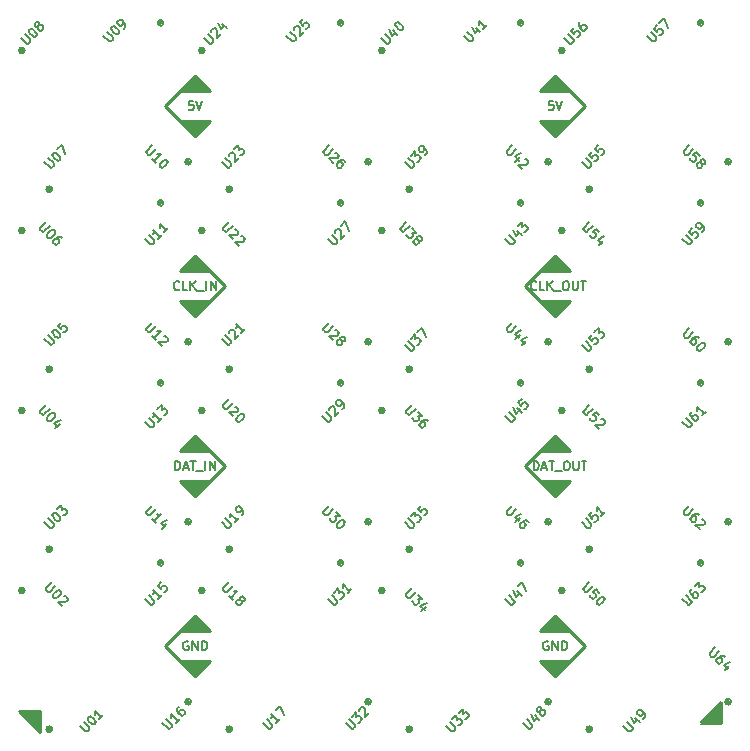
<source format=gto>
G04 #@! TF.FileFunction,Legend,Top*
%FSLAX46Y46*%
G04 Gerber Fmt 4.6, Leading zero omitted, Abs format (unit mm)*
G04 Created by KiCad (PCBNEW 4.0.5-e0-6337~49~ubuntu16.04.1) date Sat Dec 31 22:06:36 2016*
%MOMM*%
%LPD*%
G01*
G04 APERTURE LIST*
%ADD10C,0.254000*%
%ADD11C,0.152400*%
%ADD12C,0.150000*%
%ADD13C,6.108000*%
%ADD14C,1.708000*%
%ADD15C,1.905000*%
G04 APERTURE END LIST*
D10*
X59804784Y1113505D02*
X58026783Y1113507D01*
X59804784Y1113505D02*
X59804784Y2891506D01*
X59804784Y2891506D02*
X58026783Y1113507D01*
X59804784Y1367507D02*
X58280784Y1367507D01*
X59804784Y1621506D02*
X58534784Y1621506D01*
X59804784Y1875506D02*
X58788784Y1875506D01*
X59804784Y2129506D02*
X59042783Y2129507D01*
X59804784Y2383507D02*
X59296783Y2383507D01*
X59804784Y2637506D02*
X59550784Y2637506D01*
X635000Y2159000D02*
X635000Y1905000D01*
X889000Y2159000D02*
X889000Y1651000D01*
X1143000Y2159000D02*
X1143000Y1397000D01*
X1397000Y2159000D02*
X1397000Y1143000D01*
X1651000Y2159000D02*
X1651000Y889000D01*
X1905000Y2159000D02*
X1905000Y635000D01*
X381000Y2159000D02*
X2159000Y381000D01*
X2159000Y2159000D02*
X381000Y2159000D01*
X2159000Y2159000D02*
X2159000Y381000D01*
X45974000Y40386000D02*
X45466000Y40386000D01*
X45212000Y40132000D02*
X46228000Y40132000D01*
X46482000Y39878000D02*
X44958000Y39878000D01*
X44704000Y39624000D02*
X46736000Y39624000D01*
X46990000Y39370000D02*
X44450000Y39370000D01*
X45720000Y40640000D02*
X46990000Y39370000D01*
X44450000Y39370000D02*
X45720000Y40640000D01*
X45466000Y35814000D02*
X45974000Y35814000D01*
X46228000Y36068000D02*
X45212000Y36068000D01*
X44958000Y36322000D02*
X46482000Y36322000D01*
X46736000Y36576000D02*
X44704000Y36576000D01*
X44450000Y36830000D02*
X46990000Y36830000D01*
X45720000Y35560000D02*
X44450000Y36830000D01*
X46990000Y36830000D02*
X45720000Y35560000D01*
X16510000Y36830000D02*
X15240000Y35560000D01*
X15240000Y35560000D02*
X13970000Y36830000D01*
X13970000Y36830000D02*
X16510000Y36830000D01*
X16256000Y36576000D02*
X14224000Y36576000D01*
X14478000Y36322000D02*
X16002000Y36322000D01*
X15748000Y36068000D02*
X14732000Y36068000D01*
X14986000Y35814000D02*
X15494000Y35814000D01*
X13970000Y39370000D02*
X15240000Y40640000D01*
X15240000Y40640000D02*
X16510000Y39370000D01*
X16510000Y39370000D02*
X13970000Y39370000D01*
X14224000Y39624000D02*
X16256000Y39624000D01*
X16002000Y39878000D02*
X14478000Y39878000D01*
X14732000Y40132000D02*
X15748000Y40132000D01*
X15494000Y40386000D02*
X14986000Y40386000D01*
X15494000Y25146000D02*
X14986000Y25146000D01*
X14732000Y24892000D02*
X15748000Y24892000D01*
X16002000Y24638000D02*
X14478000Y24638000D01*
X14224000Y24384000D02*
X16256000Y24384000D01*
X16510000Y24130000D02*
X13970000Y24130000D01*
X15240000Y25400000D02*
X16510000Y24130000D01*
X13970000Y24130000D02*
X15240000Y25400000D01*
X14986000Y20574000D02*
X15494000Y20574000D01*
X15748000Y20828000D02*
X14732000Y20828000D01*
X14478000Y21082000D02*
X16002000Y21082000D01*
X16256000Y21336000D02*
X14224000Y21336000D01*
X13970000Y21590000D02*
X16510000Y21590000D01*
X15240000Y20320000D02*
X13970000Y21590000D01*
X16510000Y21590000D02*
X15240000Y20320000D01*
X46990000Y21590000D02*
X45720000Y20320000D01*
X45720000Y20320000D02*
X44450000Y21590000D01*
X44450000Y21590000D02*
X46990000Y21590000D01*
X46736000Y21336000D02*
X44704000Y21336000D01*
X44958000Y21082000D02*
X46482000Y21082000D01*
X46228000Y20828000D02*
X45212000Y20828000D01*
X45466000Y20574000D02*
X45974000Y20574000D01*
X44450000Y24130000D02*
X45720000Y25400000D01*
X45720000Y25400000D02*
X46990000Y24130000D01*
X46990000Y24130000D02*
X44450000Y24130000D01*
X44704000Y24384000D02*
X46736000Y24384000D01*
X46482000Y24638000D02*
X44958000Y24638000D01*
X45212000Y24892000D02*
X46228000Y24892000D01*
X45974000Y25146000D02*
X45466000Y25146000D01*
X45466000Y5334000D02*
X45974000Y5334000D01*
X46228000Y5588000D02*
X45212000Y5588000D01*
X44958000Y5842000D02*
X46482000Y5842000D01*
X46736000Y6096000D02*
X44704000Y6096000D01*
X44450000Y6350000D02*
X46990000Y6350000D01*
X45720000Y5080000D02*
X44450000Y6350000D01*
X46990000Y6350000D02*
X45720000Y5080000D01*
X45466000Y9906000D02*
X45974000Y9906000D01*
X46228000Y9652000D02*
X45212000Y9652000D01*
X44958000Y9398000D02*
X46482000Y9398000D01*
X46736000Y9144000D02*
X44704000Y9144000D01*
X44450000Y8890000D02*
X46990000Y8890000D01*
X45720000Y10160000D02*
X44450000Y8890000D01*
X46990000Y8890000D02*
X45720000Y10160000D01*
X15494000Y5334000D02*
X14986000Y5334000D01*
X14732000Y5588000D02*
X15748000Y5588000D01*
X16002000Y5842000D02*
X14478000Y5842000D01*
X14224000Y6096000D02*
X16256000Y6096000D01*
X16510000Y6350000D02*
X13970000Y6350000D01*
X15240000Y5080000D02*
X16510000Y6350000D01*
X13970000Y6350000D02*
X15240000Y5080000D01*
X15494000Y9906000D02*
X14986000Y9906000D01*
X14732000Y9652000D02*
X15748000Y9652000D01*
X16002000Y9398000D02*
X14478000Y9398000D01*
X14224000Y9144000D02*
X16256000Y9144000D01*
X16510000Y8890000D02*
X13970000Y8890000D01*
X15240000Y10160000D02*
X16510000Y8890000D01*
X13970000Y8890000D02*
X15240000Y10160000D01*
X45466000Y51054000D02*
X45974000Y51054000D01*
X46228000Y51308000D02*
X45212000Y51308000D01*
X44958000Y51562000D02*
X46482000Y51562000D01*
X46736000Y51816000D02*
X44704000Y51816000D01*
X44450000Y52070000D02*
X46990000Y52070000D01*
X45720000Y50800000D02*
X44450000Y52070000D01*
X46990000Y52070000D02*
X45720000Y50800000D01*
X45466000Y55626000D02*
X45974000Y55626000D01*
X46228000Y55372000D02*
X45212000Y55372000D01*
X44958000Y55118000D02*
X46482000Y55118000D01*
X46736000Y54864000D02*
X44704000Y54864000D01*
X44450000Y54610000D02*
X46990000Y54610000D01*
X45720000Y55880000D02*
X44450000Y54610000D01*
X46990000Y54610000D02*
X45720000Y55880000D01*
X14224000Y54864000D02*
X16256000Y54864000D01*
X14478000Y55118000D02*
X16002000Y55118000D01*
X14732000Y55372000D02*
X15748000Y55372000D01*
X14986000Y55626000D02*
X15494000Y55626000D01*
X14986000Y51054000D02*
X15494000Y51054000D01*
X14732000Y51308000D02*
X15748000Y51308000D01*
X14478000Y51562000D02*
X16002000Y51562000D01*
X14224000Y51816000D02*
X16256000Y51816000D01*
X15240000Y50800000D02*
X13970000Y52070000D01*
X16510000Y52070000D02*
X15240000Y50800000D01*
X13970000Y52070000D02*
X16510000Y52070000D01*
X16510000Y54610000D02*
X13970000Y54610000D01*
X15240000Y55880000D02*
X16510000Y54610000D01*
X13970000Y54610000D02*
X15240000Y55880000D01*
X48260000Y53340000D02*
X46990000Y52070000D01*
X46990000Y54610000D02*
X48260000Y53340000D01*
X12700000Y53340000D02*
X13970000Y52070000D01*
X13970000Y54610000D02*
X12700000Y53340000D01*
X48260000Y7620000D02*
X46990000Y6350000D01*
X46990000Y8890000D02*
X48260000Y7620000D01*
X12700000Y7620000D02*
X13970000Y6350000D01*
X13970000Y8890000D02*
X12700000Y7620000D01*
X43180000Y22860000D02*
X44450000Y21590000D01*
X44450000Y24130000D02*
X43180000Y22860000D01*
X17780000Y22860000D02*
X16510000Y21590000D01*
X16510000Y24130000D02*
X17780000Y22860000D01*
X43180000Y38100000D02*
X44450000Y36830000D01*
X43180000Y38100000D02*
X44450000Y39370000D01*
X17780000Y38100000D02*
X16510000Y36830000D01*
X17780000Y38100000D02*
X16510000Y39370000D01*
D11*
X43905715Y22515286D02*
X43905715Y23277286D01*
X44087143Y23277286D01*
X44196000Y23241000D01*
X44268572Y23168429D01*
X44304857Y23095857D01*
X44341143Y22950714D01*
X44341143Y22841857D01*
X44304857Y22696714D01*
X44268572Y22624143D01*
X44196000Y22551571D01*
X44087143Y22515286D01*
X43905715Y22515286D01*
X44631429Y22733000D02*
X44994286Y22733000D01*
X44558857Y22515286D02*
X44812857Y23277286D01*
X45066857Y22515286D01*
X45212000Y23277286D02*
X45647429Y23277286D01*
X45429715Y22515286D02*
X45429715Y23277286D01*
X45720000Y22442714D02*
X46300571Y22442714D01*
X46627142Y23277286D02*
X46772285Y23277286D01*
X46844857Y23241000D01*
X46917428Y23168429D01*
X46953714Y23023286D01*
X46953714Y22769286D01*
X46917428Y22624143D01*
X46844857Y22551571D01*
X46772285Y22515286D01*
X46627142Y22515286D01*
X46554571Y22551571D01*
X46482000Y22624143D01*
X46445714Y22769286D01*
X46445714Y23023286D01*
X46482000Y23168429D01*
X46554571Y23241000D01*
X46627142Y23277286D01*
X47280286Y23277286D02*
X47280286Y22660429D01*
X47316571Y22587857D01*
X47352857Y22551571D01*
X47425428Y22515286D01*
X47570571Y22515286D01*
X47643143Y22551571D01*
X47679428Y22587857D01*
X47715714Y22660429D01*
X47715714Y23277286D01*
X47969714Y23277286D02*
X48405143Y23277286D01*
X48187429Y22515286D02*
X48187429Y23277286D01*
X13552715Y22515286D02*
X13552715Y23277286D01*
X13734143Y23277286D01*
X13843000Y23241000D01*
X13915572Y23168429D01*
X13951857Y23095857D01*
X13988143Y22950714D01*
X13988143Y22841857D01*
X13951857Y22696714D01*
X13915572Y22624143D01*
X13843000Y22551571D01*
X13734143Y22515286D01*
X13552715Y22515286D01*
X14278429Y22733000D02*
X14641286Y22733000D01*
X14205857Y22515286D02*
X14459857Y23277286D01*
X14713857Y22515286D01*
X14859000Y23277286D02*
X15294429Y23277286D01*
X15076715Y22515286D02*
X15076715Y23277286D01*
X15367000Y22442714D02*
X15947571Y22442714D01*
X16129000Y22515286D02*
X16129000Y23277286D01*
X16491857Y22515286D02*
X16491857Y23277286D01*
X16927285Y22515286D01*
X16927285Y23277286D01*
X44141572Y37827857D02*
X44105286Y37791571D01*
X43996429Y37755286D01*
X43923858Y37755286D01*
X43815001Y37791571D01*
X43742429Y37864143D01*
X43706144Y37936714D01*
X43669858Y38081857D01*
X43669858Y38190714D01*
X43706144Y38335857D01*
X43742429Y38408429D01*
X43815001Y38481000D01*
X43923858Y38517286D01*
X43996429Y38517286D01*
X44105286Y38481000D01*
X44141572Y38444714D01*
X44831001Y37755286D02*
X44468144Y37755286D01*
X44468144Y38517286D01*
X45085001Y37755286D02*
X45085001Y38517286D01*
X45520429Y37755286D02*
X45193858Y38190714D01*
X45520429Y38517286D02*
X45085001Y38081857D01*
X45665572Y37682714D02*
X46246143Y37682714D01*
X46572714Y38517286D02*
X46717857Y38517286D01*
X46790429Y38481000D01*
X46863000Y38408429D01*
X46899286Y38263286D01*
X46899286Y38009286D01*
X46863000Y37864143D01*
X46790429Y37791571D01*
X46717857Y37755286D01*
X46572714Y37755286D01*
X46500143Y37791571D01*
X46427572Y37864143D01*
X46391286Y38009286D01*
X46391286Y38263286D01*
X46427572Y38408429D01*
X46500143Y38481000D01*
X46572714Y38517286D01*
X47225858Y38517286D02*
X47225858Y37900429D01*
X47262143Y37827857D01*
X47298429Y37791571D01*
X47371000Y37755286D01*
X47516143Y37755286D01*
X47588715Y37791571D01*
X47625000Y37827857D01*
X47661286Y37900429D01*
X47661286Y38517286D01*
X47915286Y38517286D02*
X48350715Y38517286D01*
X48133001Y37755286D02*
X48133001Y38517286D01*
X13915572Y37827857D02*
X13879286Y37791571D01*
X13770429Y37755286D01*
X13697858Y37755286D01*
X13589001Y37791571D01*
X13516429Y37864143D01*
X13480144Y37936714D01*
X13443858Y38081857D01*
X13443858Y38190714D01*
X13480144Y38335857D01*
X13516429Y38408429D01*
X13589001Y38481000D01*
X13697858Y38517286D01*
X13770429Y38517286D01*
X13879286Y38481000D01*
X13915572Y38444714D01*
X14605001Y37755286D02*
X14242144Y37755286D01*
X14242144Y38517286D01*
X14859001Y37755286D02*
X14859001Y38517286D01*
X15294429Y37755286D02*
X14967858Y38190714D01*
X15294429Y38517286D02*
X14859001Y38081857D01*
X15439572Y37682714D02*
X16020143Y37682714D01*
X16201572Y37755286D02*
X16201572Y38517286D01*
X16564429Y37755286D02*
X16564429Y38517286D01*
X16999857Y37755286D01*
X16999857Y38517286D01*
X15094858Y53757286D02*
X14732001Y53757286D01*
X14695715Y53394429D01*
X14732001Y53430714D01*
X14804572Y53467000D01*
X14986001Y53467000D01*
X15058572Y53430714D01*
X15094858Y53394429D01*
X15131143Y53321857D01*
X15131143Y53140429D01*
X15094858Y53067857D01*
X15058572Y53031571D01*
X14986001Y52995286D01*
X14804572Y52995286D01*
X14732001Y53031571D01*
X14695715Y53067857D01*
X15348857Y53757286D02*
X15602857Y52995286D01*
X15856857Y53757286D01*
X45574858Y53757286D02*
X45212001Y53757286D01*
X45175715Y53394429D01*
X45212001Y53430714D01*
X45284572Y53467000D01*
X45466001Y53467000D01*
X45538572Y53430714D01*
X45574858Y53394429D01*
X45611143Y53321857D01*
X45611143Y53140429D01*
X45574858Y53067857D01*
X45538572Y53031571D01*
X45466001Y52995286D01*
X45284572Y52995286D01*
X45212001Y53031571D01*
X45175715Y53067857D01*
X45828857Y53757286D02*
X46082857Y52995286D01*
X46336857Y53757286D01*
X45139428Y8001000D02*
X45066857Y8037286D01*
X44958000Y8037286D01*
X44849143Y8001000D01*
X44776571Y7928429D01*
X44740286Y7855857D01*
X44704000Y7710714D01*
X44704000Y7601857D01*
X44740286Y7456714D01*
X44776571Y7384143D01*
X44849143Y7311571D01*
X44958000Y7275286D01*
X45030571Y7275286D01*
X45139428Y7311571D01*
X45175714Y7347857D01*
X45175714Y7601857D01*
X45030571Y7601857D01*
X45502286Y7275286D02*
X45502286Y8037286D01*
X45937714Y7275286D01*
X45937714Y8037286D01*
X46300572Y7275286D02*
X46300572Y8037286D01*
X46482000Y8037286D01*
X46590857Y8001000D01*
X46663429Y7928429D01*
X46699714Y7855857D01*
X46736000Y7710714D01*
X46736000Y7601857D01*
X46699714Y7456714D01*
X46663429Y7384143D01*
X46590857Y7311571D01*
X46482000Y7275286D01*
X46300572Y7275286D01*
X14659428Y8001000D02*
X14586857Y8037286D01*
X14478000Y8037286D01*
X14369143Y8001000D01*
X14296571Y7928429D01*
X14260286Y7855857D01*
X14224000Y7710714D01*
X14224000Y7601857D01*
X14260286Y7456714D01*
X14296571Y7384143D01*
X14369143Y7311571D01*
X14478000Y7275286D01*
X14550571Y7275286D01*
X14659428Y7311571D01*
X14695714Y7347857D01*
X14695714Y7601857D01*
X14550571Y7601857D01*
X15022286Y7275286D02*
X15022286Y8037286D01*
X15457714Y7275286D01*
X15457714Y8037286D01*
X15820572Y7275286D02*
X15820572Y8037286D01*
X16002000Y8037286D01*
X16110857Y8001000D01*
X16183429Y7928429D01*
X16219714Y7855857D01*
X16256000Y7710714D01*
X16256000Y7601857D01*
X16219714Y7456714D01*
X16183429Y7384143D01*
X16110857Y7311571D01*
X16002000Y7275286D01*
X15820572Y7275286D01*
D12*
X18405975Y46297108D02*
G75*
G03X18405975Y46297108I-254001J0D01*
G01*
X18278974Y46297108D02*
G75*
G03X18278974Y46297108I-127000J0D01*
G01*
X60636893Y33391974D02*
G75*
G03X60636893Y33391974I-254001J0D01*
G01*
X60509892Y33391974D02*
G75*
G03X60509892Y33391974I-127000J0D01*
G01*
X58302027Y45142892D02*
G75*
G03X58302027Y45142892I-254001J0D01*
G01*
X58175026Y45142892D02*
G75*
G03X58175026Y45142892I-127000J0D01*
G01*
X46551109Y42808026D02*
G75*
G03X46551109Y42808026I-254001J0D01*
G01*
X46424108Y42808026D02*
G75*
G03X46424108Y42808026I-127000J0D01*
G01*
X48885975Y31057108D02*
G75*
G03X48885975Y31057108I-254001J0D01*
G01*
X48758974Y31057108D02*
G75*
G03X48758974Y31057108I-127000J0D01*
G01*
X31311109Y42808026D02*
G75*
G03X31311109Y42808026I-254001J0D01*
G01*
X31184108Y42808026D02*
G75*
G03X31184108Y42808026I-127000J0D01*
G01*
X18405975Y15817108D02*
G75*
G03X18405975Y15817108I-254001J0D01*
G01*
X18278974Y15817108D02*
G75*
G03X18278974Y15817108I-127000J0D01*
G01*
X14916893Y33391974D02*
G75*
G03X14916893Y33391974I-254001J0D01*
G01*
X14789892Y33391974D02*
G75*
G03X14789892Y33391974I-127000J0D01*
G01*
X12582027Y45142892D02*
G75*
G03X12582027Y45142892I-254001J0D01*
G01*
X12455026Y45142892D02*
G75*
G03X12455026Y45142892I-127000J0D01*
G01*
X831109Y42808026D02*
G75*
G03X831109Y42808026I-254001J0D01*
G01*
X704108Y42808026D02*
G75*
G03X704108Y42808026I-127000J0D01*
G01*
X3165975Y31057108D02*
G75*
G03X3165975Y31057108I-254001J0D01*
G01*
X3038974Y31057108D02*
G75*
G03X3038974Y31057108I-127000J0D01*
G01*
X60636893Y18151974D02*
G75*
G03X60636893Y18151974I-254001J0D01*
G01*
X60509892Y18151974D02*
G75*
G03X60509892Y18151974I-127000J0D01*
G01*
X58302027Y29902892D02*
G75*
G03X58302027Y29902892I-254001J0D01*
G01*
X58175026Y29902892D02*
G75*
G03X58175026Y29902892I-127000J0D01*
G01*
X60636893Y48631974D02*
G75*
G03X60636893Y48631974I-254001J0D01*
G01*
X60509892Y48631974D02*
G75*
G03X60509892Y48631974I-127000J0D01*
G01*
X58302027Y60382892D02*
G75*
G03X58302027Y60382892I-254001J0D01*
G01*
X58175026Y60382892D02*
G75*
G03X58175026Y60382892I-127000J0D01*
G01*
X46551109Y58048026D02*
G75*
G03X46551109Y58048026I-254001J0D01*
G01*
X46424108Y58048026D02*
G75*
G03X46424108Y58048026I-127000J0D01*
G01*
X48885975Y46297108D02*
G75*
G03X48885975Y46297108I-254001J0D01*
G01*
X48758974Y46297108D02*
G75*
G03X48758974Y46297108I-127000J0D01*
G01*
X46551109Y27568026D02*
G75*
G03X46551109Y27568026I-254001J0D01*
G01*
X46424108Y27568026D02*
G75*
G03X46424108Y27568026I-127000J0D01*
G01*
X48885975Y15817108D02*
G75*
G03X48885975Y15817108I-254001J0D01*
G01*
X48758974Y15817108D02*
G75*
G03X48758974Y15817108I-127000J0D01*
G01*
X46551109Y12328026D02*
G75*
G03X46551109Y12328026I-254001J0D01*
G01*
X46424108Y12328026D02*
G75*
G03X46424108Y12328026I-127000J0D01*
G01*
X43062027Y14662892D02*
G75*
G03X43062027Y14662892I-254001J0D01*
G01*
X42935026Y14662892D02*
G75*
G03X42935026Y14662892I-127000J0D01*
G01*
X45396893Y18151974D02*
G75*
G03X45396893Y18151974I-254001J0D01*
G01*
X45269892Y18151974D02*
G75*
G03X45269892Y18151974I-127000J0D01*
G01*
X43062027Y29902892D02*
G75*
G03X43062027Y29902892I-254001J0D01*
G01*
X42935026Y29902892D02*
G75*
G03X42935026Y29902892I-127000J0D01*
G01*
X45396893Y33391974D02*
G75*
G03X45396893Y33391974I-254001J0D01*
G01*
X45269892Y33391974D02*
G75*
G03X45269892Y33391974I-127000J0D01*
G01*
X45396893Y48631974D02*
G75*
G03X45396893Y48631974I-254001J0D01*
G01*
X45269892Y48631974D02*
G75*
G03X45269892Y48631974I-127000J0D01*
G01*
X43062027Y60382892D02*
G75*
G03X43062027Y60382892I-254001J0D01*
G01*
X42935026Y60382892D02*
G75*
G03X42935026Y60382892I-127000J0D01*
G01*
X31311109Y58048026D02*
G75*
G03X31311109Y58048026I-254001J0D01*
G01*
X31184108Y58048026D02*
G75*
G03X31184108Y58048026I-127000J0D01*
G01*
X33645975Y46297108D02*
G75*
G03X33645975Y46297108I-254001J0D01*
G01*
X33518974Y46297108D02*
G75*
G03X33518974Y46297108I-127000J0D01*
G01*
X33645975Y31057108D02*
G75*
G03X33645975Y31057108I-254001J0D01*
G01*
X33518974Y31057108D02*
G75*
G03X33518974Y31057108I-127000J0D01*
G01*
X31311109Y27568026D02*
G75*
G03X31311109Y27568026I-254001J0D01*
G01*
X31184108Y27568026D02*
G75*
G03X31184108Y27568026I-127000J0D01*
G01*
X33645975Y15817108D02*
G75*
G03X33645975Y15817108I-254001J0D01*
G01*
X33518974Y15817108D02*
G75*
G03X33518974Y15817108I-127000J0D01*
G01*
X31311109Y12328026D02*
G75*
G03X31311109Y12328026I-254001J0D01*
G01*
X31184108Y12328026D02*
G75*
G03X31184108Y12328026I-127000J0D01*
G01*
X27822027Y14662892D02*
G75*
G03X27822027Y14662892I-254001J0D01*
G01*
X27695026Y14662892D02*
G75*
G03X27695026Y14662892I-127000J0D01*
G01*
X30156893Y18151974D02*
G75*
G03X30156893Y18151974I-254001J0D01*
G01*
X30029892Y18151974D02*
G75*
G03X30029892Y18151974I-127000J0D01*
G01*
X27822027Y29902892D02*
G75*
G03X27822027Y29902892I-254001J0D01*
G01*
X27695026Y29902892D02*
G75*
G03X27695026Y29902892I-127000J0D01*
G01*
X30156893Y33391974D02*
G75*
G03X30156893Y33391974I-254001J0D01*
G01*
X30029892Y33391974D02*
G75*
G03X30029892Y33391974I-127000J0D01*
G01*
X27822027Y45142892D02*
G75*
G03X27822027Y45142892I-254001J0D01*
G01*
X27695026Y45142892D02*
G75*
G03X27695026Y45142892I-127000J0D01*
G01*
X30156893Y48631974D02*
G75*
G03X30156893Y48631974I-254001J0D01*
G01*
X30029892Y48631974D02*
G75*
G03X30029892Y48631974I-127000J0D01*
G01*
X27822027Y60382892D02*
G75*
G03X27822027Y60382892I-254001J0D01*
G01*
X27695026Y60382892D02*
G75*
G03X27695026Y60382892I-127000J0D01*
G01*
X16071109Y58048026D02*
G75*
G03X16071109Y58048026I-254001J0D01*
G01*
X15944108Y58048026D02*
G75*
G03X15944108Y58048026I-127000J0D01*
G01*
X16071109Y42808026D02*
G75*
G03X16071109Y42808026I-254001J0D01*
G01*
X15944108Y42808026D02*
G75*
G03X15944108Y42808026I-127000J0D01*
G01*
X18405975Y31057108D02*
G75*
G03X18405975Y31057108I-254001J0D01*
G01*
X18278974Y31057108D02*
G75*
G03X18278974Y31057108I-127000J0D01*
G01*
X16071109Y27568026D02*
G75*
G03X16071109Y27568026I-254001J0D01*
G01*
X15944108Y27568026D02*
G75*
G03X15944108Y27568026I-127000J0D01*
G01*
X16071109Y12328026D02*
G75*
G03X16071109Y12328026I-254001J0D01*
G01*
X15944108Y12328026D02*
G75*
G03X15944108Y12328026I-127000J0D01*
G01*
X12582027Y14662892D02*
G75*
G03X12582027Y14662892I-254001J0D01*
G01*
X12455026Y14662892D02*
G75*
G03X12455026Y14662892I-127000J0D01*
G01*
X14916893Y18151974D02*
G75*
G03X14916893Y18151974I-254001J0D01*
G01*
X14789892Y18151974D02*
G75*
G03X14789892Y18151974I-127000J0D01*
G01*
X12582027Y29902892D02*
G75*
G03X12582027Y29902892I-254001J0D01*
G01*
X12455026Y29902892D02*
G75*
G03X12455026Y29902892I-127000J0D01*
G01*
X14916893Y48631974D02*
G75*
G03X14916893Y48631974I-254001J0D01*
G01*
X14789892Y48631974D02*
G75*
G03X14789892Y48631974I-127000J0D01*
G01*
X12582027Y60382892D02*
G75*
G03X12582027Y60382892I-254001J0D01*
G01*
X12455026Y60382892D02*
G75*
G03X12455026Y60382892I-127000J0D01*
G01*
X831109Y58048026D02*
G75*
G03X831109Y58048026I-254001J0D01*
G01*
X704108Y58048026D02*
G75*
G03X704108Y58048026I-127000J0D01*
G01*
X3165975Y46297108D02*
G75*
G03X3165975Y46297108I-254001J0D01*
G01*
X3038974Y46297108D02*
G75*
G03X3038974Y46297108I-127000J0D01*
G01*
X3165975Y15817108D02*
G75*
G03X3165975Y15817108I-254001J0D01*
G01*
X3038974Y15817108D02*
G75*
G03X3038974Y15817108I-127000J0D01*
G01*
X831109Y12328026D02*
G75*
G03X831109Y12328026I-254001J0D01*
G01*
X704108Y12328026D02*
G75*
G03X704108Y12328026I-127000J0D01*
G01*
X831109Y27568026D02*
G75*
G03X831109Y27568026I-254001J0D01*
G01*
X704108Y27568026D02*
G75*
G03X704108Y27568026I-127000J0D01*
G01*
X3165975Y577108D02*
G75*
G03X3165975Y577108I-254001J0D01*
G01*
X3038974Y577108D02*
G75*
G03X3038974Y577108I-127000J0D01*
G01*
X14916893Y2911974D02*
G75*
G03X14916893Y2911974I-254001J0D01*
G01*
X14789892Y2911974D02*
G75*
G03X14789892Y2911974I-127000J0D01*
G01*
X18405975Y577108D02*
G75*
G03X18405975Y577108I-254001J0D01*
G01*
X18278974Y577108D02*
G75*
G03X18278974Y577108I-127000J0D01*
G01*
X30156893Y2911974D02*
G75*
G03X30156893Y2911974I-254001J0D01*
G01*
X30029892Y2911974D02*
G75*
G03X30029892Y2911974I-127000J0D01*
G01*
X33645975Y577108D02*
G75*
G03X33645975Y577108I-254001J0D01*
G01*
X33518974Y577108D02*
G75*
G03X33518974Y577108I-127000J0D01*
G01*
X45396893Y2911974D02*
G75*
G03X45396893Y2911974I-254001J0D01*
G01*
X45269892Y2911974D02*
G75*
G03X45269892Y2911974I-127000J0D01*
G01*
X48885975Y577108D02*
G75*
G03X48885975Y577108I-254001J0D01*
G01*
X48758974Y577108D02*
G75*
G03X48758974Y577108I-127000J0D01*
G01*
X60636893Y2911974D02*
G75*
G03X60636893Y2911974I-254001J0D01*
G01*
X60509892Y2911974D02*
G75*
G03X60509892Y2911974I-127000J0D01*
G01*
X43062027Y45142892D02*
G75*
G03X43062027Y45142892I-254001J0D01*
G01*
X42935026Y45142892D02*
G75*
G03X42935026Y45142892I-127000J0D01*
G01*
X58302027Y14662892D02*
G75*
G03X58302027Y14662892I-254001J0D01*
G01*
X58175026Y14662892D02*
G75*
G03X58175026Y14662892I-127000J0D01*
G01*
X17489848Y48609408D02*
X17947784Y48151472D01*
X18028595Y48124535D01*
X18082471Y48124535D01*
X18163283Y48151472D01*
X18271032Y48259222D01*
X18297970Y48340034D01*
X18297970Y48393909D01*
X18271032Y48474721D01*
X17813097Y48932657D01*
X18109408Y49121219D02*
X18109408Y49175093D01*
X18136346Y49255905D01*
X18271032Y49390592D01*
X18351844Y49417530D01*
X18405719Y49417530D01*
X18486532Y49390592D01*
X18540406Y49336718D01*
X18594281Y49228968D01*
X18594281Y48582470D01*
X18944468Y48932657D01*
X18567344Y49686904D02*
X18917530Y50037090D01*
X18944468Y49633029D01*
X19025280Y49713841D01*
X19106092Y49740778D01*
X19159967Y49740779D01*
X19240779Y49713841D01*
X19375466Y49579154D01*
X19402403Y49498343D01*
X19402403Y49444467D01*
X19375466Y49363655D01*
X19213841Y49202030D01*
X19133030Y49175093D01*
X19079154Y49175094D01*
X57109408Y34510152D02*
X56651472Y34052216D01*
X56624535Y33971405D01*
X56624535Y33917529D01*
X56651472Y33836717D01*
X56759222Y33728968D01*
X56840034Y33702030D01*
X56893909Y33702030D01*
X56974721Y33728968D01*
X57432657Y34186903D01*
X57944467Y33675093D02*
X57836717Y33782843D01*
X57755905Y33809780D01*
X57702031Y33809780D01*
X57567343Y33782843D01*
X57432657Y33702030D01*
X57217157Y33486531D01*
X57190220Y33405719D01*
X57190219Y33351844D01*
X57217157Y33271032D01*
X57324907Y33163282D01*
X57405719Y33136345D01*
X57459595Y33136345D01*
X57540406Y33163282D01*
X57675093Y33297969D01*
X57702031Y33378781D01*
X57702030Y33432657D01*
X57675093Y33513468D01*
X57567343Y33621218D01*
X57486531Y33648156D01*
X57432657Y33648156D01*
X57351844Y33621218D01*
X58348528Y33271032D02*
X58402403Y33217157D01*
X58429341Y33136345D01*
X58429341Y33082470D01*
X58402403Y33001657D01*
X58321591Y32866970D01*
X58186904Y32732284D01*
X58052217Y32651471D01*
X57971405Y32624535D01*
X57917530Y32624534D01*
X57836718Y32651471D01*
X57782843Y32705346D01*
X57755905Y32786158D01*
X57755905Y32840034D01*
X57782843Y32920846D01*
X57863655Y33055532D01*
X57998342Y33190219D01*
X58133029Y33271032D01*
X58213841Y33297970D01*
X58267716Y33297969D01*
X58348528Y33271032D01*
X56489847Y42109408D02*
X56947783Y41651472D01*
X57028594Y41624535D01*
X57082470Y41624535D01*
X57163282Y41651472D01*
X57271031Y41759222D01*
X57297969Y41840034D01*
X57297969Y41893909D01*
X57271031Y41974721D01*
X56813096Y42432657D01*
X57351844Y42971405D02*
X57082469Y42702030D01*
X57324906Y42405719D01*
X57324906Y42459594D01*
X57351844Y42540406D01*
X57486531Y42675093D01*
X57567342Y42702030D01*
X57621218Y42702031D01*
X57702030Y42675093D01*
X57836717Y42540406D01*
X57863654Y42459595D01*
X57863654Y42405719D01*
X57836717Y42324907D01*
X57702030Y42190220D01*
X57621218Y42163282D01*
X57567342Y42163283D01*
X58213840Y42702030D02*
X58321590Y42809780D01*
X58348528Y42890592D01*
X58348527Y42944468D01*
X58321591Y43079154D01*
X58240778Y43213841D01*
X58025279Y43429341D01*
X57944467Y43456278D01*
X57890591Y43456278D01*
X57809780Y43429341D01*
X57702030Y43321591D01*
X57675092Y43240778D01*
X57675092Y43186904D01*
X57702030Y43106092D01*
X57836717Y42971405D01*
X57917529Y42944468D01*
X57971404Y42944467D01*
X58052216Y42971405D01*
X58159966Y43079154D01*
X58186903Y43159966D01*
X58186903Y43213842D01*
X58159966Y43294654D01*
X48609407Y43510152D02*
X48151471Y43052216D01*
X48124534Y42971405D01*
X48124534Y42917529D01*
X48151471Y42836717D01*
X48259221Y42728968D01*
X48340033Y42702030D01*
X48393908Y42702030D01*
X48474720Y42728968D01*
X48932656Y43186903D01*
X49471404Y42648155D02*
X49202029Y42917530D01*
X48905718Y42675093D01*
X48959593Y42675093D01*
X49040405Y42648155D01*
X49175092Y42513468D01*
X49202029Y42432657D01*
X49202030Y42378781D01*
X49175092Y42297969D01*
X49040405Y42163282D01*
X48959594Y42136345D01*
X48905718Y42136345D01*
X48824906Y42163282D01*
X48690219Y42297969D01*
X48663281Y42378781D01*
X48663282Y42432657D01*
X49794653Y41947784D02*
X49417529Y41570659D01*
X49875464Y42297969D02*
X49336717Y42028595D01*
X49686903Y41678409D01*
X47989848Y33109408D02*
X48447784Y32651472D01*
X48528595Y32624535D01*
X48582471Y32624535D01*
X48663283Y32651472D01*
X48771032Y32759222D01*
X48797970Y32840034D01*
X48797970Y32893909D01*
X48771032Y32974721D01*
X48313097Y33432657D01*
X48851845Y33971405D02*
X48582470Y33702030D01*
X48824907Y33405719D01*
X48824907Y33459594D01*
X48851845Y33540406D01*
X48986532Y33675093D01*
X49067343Y33702030D01*
X49121219Y33702031D01*
X49202031Y33675093D01*
X49336718Y33540406D01*
X49363655Y33459595D01*
X49363655Y33405719D01*
X49336718Y33324907D01*
X49202031Y33190220D01*
X49121219Y33163282D01*
X49067343Y33163283D01*
X49067344Y34186904D02*
X49417530Y34537090D01*
X49444468Y34133029D01*
X49525280Y34213841D01*
X49606092Y34240778D01*
X49659967Y34240779D01*
X49740779Y34213841D01*
X49875466Y34079154D01*
X49902403Y33998343D01*
X49902403Y33944467D01*
X49875466Y33863655D01*
X49713841Y33702030D01*
X49633030Y33675093D01*
X49579154Y33675094D01*
X33109409Y43510152D02*
X32651473Y43052216D01*
X32624536Y42971405D01*
X32624536Y42917529D01*
X32651473Y42836717D01*
X32759223Y42728968D01*
X32840035Y42702030D01*
X32893910Y42702030D01*
X32974722Y42728968D01*
X33432658Y43186903D01*
X33648157Y42971404D02*
X33998343Y42621218D01*
X33594282Y42594281D01*
X33675094Y42513468D01*
X33702031Y42432657D01*
X33702032Y42378781D01*
X33675094Y42297969D01*
X33540407Y42163282D01*
X33459596Y42136345D01*
X33405720Y42136345D01*
X33324908Y42163282D01*
X33163283Y42324907D01*
X33136346Y42405719D01*
X33136347Y42459594D01*
X34079155Y42055532D02*
X34052217Y42136345D01*
X34052218Y42190220D01*
X34079155Y42271032D01*
X34106093Y42297969D01*
X34186905Y42324907D01*
X34240779Y42324907D01*
X34321592Y42297969D01*
X34429342Y42190219D01*
X34456279Y42109408D01*
X34456279Y42055532D01*
X34429342Y41974720D01*
X34402404Y41947783D01*
X34321593Y41920846D01*
X34267717Y41920846D01*
X34186905Y41947783D01*
X34079155Y42055532D01*
X33998343Y42082470D01*
X33944469Y42082470D01*
X33863656Y42055532D01*
X33755906Y41947783D01*
X33728969Y41866971D01*
X33728969Y41813096D01*
X33755906Y41732284D01*
X33863656Y41624534D01*
X33944468Y41597597D01*
X33998344Y41597597D01*
X34079155Y41624534D01*
X34186905Y41732284D01*
X34213843Y41813096D01*
X34213842Y41866971D01*
X34186905Y41947783D01*
X17489848Y18109408D02*
X17947784Y17651472D01*
X18028595Y17624535D01*
X18082471Y17624535D01*
X18163283Y17651472D01*
X18271032Y17759222D01*
X18297970Y17840034D01*
X18297970Y17893909D01*
X18271032Y17974721D01*
X17813097Y18432657D01*
X18944468Y18432657D02*
X18621219Y18109408D01*
X18782843Y18271032D02*
X18217157Y18836717D01*
X18244095Y18702031D01*
X18244095Y18594281D01*
X18217157Y18513469D01*
X19213841Y18702030D02*
X19321591Y18809780D01*
X19348529Y18890592D01*
X19348528Y18944468D01*
X19321592Y19079154D01*
X19240779Y19213841D01*
X19025280Y19429341D01*
X18944468Y19456278D01*
X18890592Y19456278D01*
X18809781Y19429341D01*
X18702031Y19321591D01*
X18675093Y19240778D01*
X18675093Y19186904D01*
X18702031Y19106092D01*
X18836718Y18971405D01*
X18917530Y18944468D01*
X18971405Y18944467D01*
X19052217Y18971405D01*
X19159967Y19079154D01*
X19186904Y19159966D01*
X19186904Y19213842D01*
X19159967Y19294654D01*
X11609408Y35010152D02*
X11151472Y34552216D01*
X11124535Y34471405D01*
X11124535Y34417529D01*
X11151472Y34336717D01*
X11259222Y34228968D01*
X11340034Y34202030D01*
X11393909Y34202030D01*
X11474721Y34228968D01*
X11932657Y34686903D01*
X11932657Y33555532D02*
X11609408Y33878781D01*
X11771032Y33717157D02*
X12336717Y34282843D01*
X12202031Y34255905D01*
X12094281Y34255905D01*
X12013469Y34282843D01*
X12659967Y33851844D02*
X12713841Y33851844D01*
X12794654Y33824906D01*
X12929341Y33690219D01*
X12956278Y33609408D01*
X12956278Y33555532D01*
X12929341Y33474720D01*
X12875466Y33420846D01*
X12767716Y33366970D01*
X12121219Y33366970D01*
X12471405Y33016784D01*
X10989848Y42109408D02*
X11447784Y41651472D01*
X11528595Y41624535D01*
X11582471Y41624535D01*
X11663283Y41651472D01*
X11771032Y41759222D01*
X11797970Y41840034D01*
X11797970Y41893909D01*
X11771032Y41974721D01*
X11313097Y42432657D01*
X12444468Y42432657D02*
X12121219Y42109408D01*
X12282843Y42271032D02*
X11717157Y42836717D01*
X11744095Y42702031D01*
X11744095Y42594281D01*
X11717157Y42513469D01*
X12983216Y42971405D02*
X12659967Y42648156D01*
X12821591Y42809780D02*
X12255905Y43375465D01*
X12282843Y43240779D01*
X12282843Y43133029D01*
X12255905Y43052217D01*
X2609409Y43510152D02*
X2151473Y43052216D01*
X2124536Y42971405D01*
X2124536Y42917529D01*
X2151473Y42836717D01*
X2259223Y42728968D01*
X2340035Y42702030D01*
X2393910Y42702030D01*
X2474722Y42728968D01*
X2932658Y43186903D01*
X3309781Y42809780D02*
X3363656Y42755905D01*
X3390593Y42675093D01*
X3390593Y42621219D01*
X3363656Y42540405D01*
X3282844Y42405719D01*
X3148157Y42271032D01*
X3013470Y42190219D01*
X2932658Y42163283D01*
X2878782Y42163282D01*
X2797971Y42190219D01*
X2744096Y42244095D01*
X2717158Y42324906D01*
X2717158Y42378782D01*
X2744096Y42459594D01*
X2824908Y42594281D01*
X2959595Y42728968D01*
X3094282Y42809780D01*
X3175094Y42836718D01*
X3228969Y42836717D01*
X3309781Y42809780D01*
X3983216Y42136345D02*
X3875466Y42244095D01*
X3794655Y42271032D01*
X3740780Y42271032D01*
X3606093Y42244095D01*
X3471406Y42163282D01*
X3255906Y41947783D01*
X3228969Y41866971D01*
X3228969Y41813096D01*
X3255906Y41732284D01*
X3363656Y41624534D01*
X3444468Y41597597D01*
X3498344Y41597597D01*
X3579155Y41624534D01*
X3713842Y41759221D01*
X3740780Y41840033D01*
X3740779Y41893908D01*
X3713842Y41974720D01*
X3606093Y42082470D01*
X3525280Y42109408D01*
X3471406Y42109408D01*
X3390593Y42082470D01*
X2489848Y33609408D02*
X2947784Y33151472D01*
X3028595Y33124535D01*
X3082471Y33124535D01*
X3163283Y33151472D01*
X3271032Y33259222D01*
X3297970Y33340034D01*
X3297970Y33393909D01*
X3271032Y33474721D01*
X2813097Y33932657D01*
X3190220Y34309780D02*
X3244095Y34363655D01*
X3324907Y34390592D01*
X3378781Y34390592D01*
X3459595Y34363655D01*
X3594281Y34282843D01*
X3728968Y34148156D01*
X3809781Y34013469D01*
X3836717Y33932657D01*
X3836718Y33878781D01*
X3809781Y33797970D01*
X3755905Y33744095D01*
X3675094Y33717157D01*
X3621218Y33717157D01*
X3540406Y33744095D01*
X3405719Y33824907D01*
X3271032Y33959594D01*
X3190220Y34094281D01*
X3163282Y34175093D01*
X3163283Y34228968D01*
X3190220Y34309780D01*
X3890593Y35010153D02*
X3621219Y34740778D01*
X3863655Y34444468D01*
X3863655Y34498342D01*
X3890593Y34579154D01*
X4025280Y34713841D01*
X4106092Y34740778D01*
X4159967Y34740779D01*
X4240779Y34713841D01*
X4375466Y34579154D01*
X4402403Y34498343D01*
X4402403Y34444467D01*
X4375466Y34363655D01*
X4240779Y34228968D01*
X4159967Y34202030D01*
X4106092Y34202031D01*
X57109408Y19510152D02*
X56651472Y19052216D01*
X56624535Y18971405D01*
X56624535Y18917529D01*
X56651472Y18836717D01*
X56759222Y18728968D01*
X56840034Y18702030D01*
X56893909Y18702030D01*
X56974721Y18728968D01*
X57432657Y19186903D01*
X57944467Y18675093D02*
X57836717Y18782843D01*
X57755905Y18809780D01*
X57702031Y18809780D01*
X57567343Y18782843D01*
X57432657Y18702030D01*
X57217157Y18486531D01*
X57190220Y18405719D01*
X57190219Y18351844D01*
X57217157Y18271032D01*
X57324907Y18163282D01*
X57405719Y18136345D01*
X57459595Y18136345D01*
X57540406Y18163282D01*
X57675093Y18297969D01*
X57702031Y18378781D01*
X57702030Y18432657D01*
X57675093Y18513468D01*
X57567343Y18621218D01*
X57486531Y18648156D01*
X57432657Y18648156D01*
X57351844Y18621218D01*
X58159967Y18351844D02*
X58213841Y18351844D01*
X58294654Y18324906D01*
X58429341Y18190219D01*
X58456278Y18109408D01*
X58456278Y18055532D01*
X58429341Y17974720D01*
X58375466Y17920846D01*
X58267716Y17866970D01*
X57621219Y17866970D01*
X57971405Y17516784D01*
X56489848Y26609408D02*
X56947784Y26151472D01*
X57028595Y26124535D01*
X57082471Y26124535D01*
X57163283Y26151472D01*
X57271032Y26259222D01*
X57297970Y26340034D01*
X57297970Y26393909D01*
X57271032Y26474721D01*
X56813097Y26932657D01*
X57324907Y27444467D02*
X57217157Y27336717D01*
X57190220Y27255905D01*
X57190220Y27202031D01*
X57217157Y27067343D01*
X57297970Y26932657D01*
X57513469Y26717157D01*
X57594281Y26690220D01*
X57648156Y26690219D01*
X57728968Y26717157D01*
X57836718Y26824907D01*
X57863655Y26905719D01*
X57863655Y26959595D01*
X57836718Y27040406D01*
X57702031Y27175093D01*
X57621219Y27202031D01*
X57567343Y27202030D01*
X57486532Y27175093D01*
X57378782Y27067343D01*
X57351844Y26986531D01*
X57351844Y26932657D01*
X57378782Y26851844D01*
X58483216Y27471405D02*
X58159967Y27148156D01*
X58321591Y27309780D02*
X57755905Y27875465D01*
X57782843Y27740779D01*
X57782843Y27633029D01*
X57755905Y27552217D01*
X57109408Y50010152D02*
X56651472Y49552216D01*
X56624535Y49471405D01*
X56624535Y49417529D01*
X56651472Y49336717D01*
X56759222Y49228968D01*
X56840034Y49202030D01*
X56893909Y49202030D01*
X56974721Y49228968D01*
X57432657Y49686903D01*
X57971405Y49148155D02*
X57702030Y49417530D01*
X57405719Y49175093D01*
X57459594Y49175093D01*
X57540406Y49148155D01*
X57675093Y49013468D01*
X57702030Y48932657D01*
X57702031Y48878781D01*
X57675093Y48797969D01*
X57540406Y48663282D01*
X57459595Y48636345D01*
X57405719Y48636345D01*
X57324907Y48663282D01*
X57190220Y48797969D01*
X57163282Y48878781D01*
X57163283Y48932657D01*
X58079154Y48555532D02*
X58052216Y48636345D01*
X58052217Y48690220D01*
X58079154Y48771032D01*
X58106092Y48797969D01*
X58186904Y48824907D01*
X58240778Y48824907D01*
X58321591Y48797969D01*
X58429341Y48690219D01*
X58456278Y48609408D01*
X58456278Y48555532D01*
X58429341Y48474720D01*
X58402403Y48447783D01*
X58321592Y48420846D01*
X58267716Y48420846D01*
X58186904Y48447783D01*
X58079154Y48555532D01*
X57998342Y48582470D01*
X57944468Y48582470D01*
X57863655Y48555532D01*
X57755905Y48447783D01*
X57728968Y48366971D01*
X57728968Y48313096D01*
X57755905Y48232284D01*
X57863655Y48124534D01*
X57944467Y48097597D01*
X57998343Y48097597D01*
X58079154Y48124534D01*
X58186904Y48232284D01*
X58213842Y48313096D01*
X58213841Y48366971D01*
X58186904Y48447783D01*
X53489848Y59299408D02*
X53947784Y58841472D01*
X54028595Y58814535D01*
X54082471Y58814535D01*
X54163283Y58841472D01*
X54271032Y58949222D01*
X54297970Y59030034D01*
X54297970Y59083909D01*
X54271032Y59164721D01*
X53813097Y59622657D01*
X54351845Y60161405D02*
X54082470Y59892030D01*
X54324907Y59595719D01*
X54324907Y59649594D01*
X54351845Y59730406D01*
X54486532Y59865093D01*
X54567343Y59892030D01*
X54621219Y59892031D01*
X54702031Y59865093D01*
X54836718Y59730406D01*
X54863655Y59649595D01*
X54863655Y59595719D01*
X54836718Y59514907D01*
X54702031Y59380220D01*
X54621219Y59353282D01*
X54567343Y59353283D01*
X54567344Y60376904D02*
X54944468Y60754027D01*
X55267716Y59945905D01*
X46489848Y59109408D02*
X46947784Y58651472D01*
X47028595Y58624535D01*
X47082471Y58624535D01*
X47163283Y58651472D01*
X47271032Y58759222D01*
X47297970Y58840034D01*
X47297970Y58893909D01*
X47271032Y58974721D01*
X46813097Y59432657D01*
X47351845Y59971405D02*
X47082470Y59702030D01*
X47324907Y59405719D01*
X47324907Y59459594D01*
X47351845Y59540406D01*
X47486532Y59675093D01*
X47567343Y59702030D01*
X47621219Y59702031D01*
X47702031Y59675093D01*
X47836718Y59540406D01*
X47863655Y59459595D01*
X47863655Y59405719D01*
X47836718Y59324907D01*
X47702031Y59190220D01*
X47621219Y59163282D01*
X47567343Y59163283D01*
X47863655Y60483215D02*
X47755905Y60375465D01*
X47728968Y60294654D01*
X47728968Y60240779D01*
X47755905Y60106092D01*
X47836718Y59971405D01*
X48052217Y59755905D01*
X48133029Y59728968D01*
X48186904Y59728968D01*
X48267716Y59755905D01*
X48375466Y59863655D01*
X48402403Y59944467D01*
X48402403Y59998343D01*
X48375466Y60079154D01*
X48240779Y60213841D01*
X48159967Y60240779D01*
X48106092Y60240778D01*
X48025280Y60213841D01*
X47917530Y60106092D01*
X47890592Y60025279D01*
X47890592Y59971405D01*
X47917530Y59890592D01*
X47989848Y48609408D02*
X48447784Y48151472D01*
X48528595Y48124535D01*
X48582471Y48124535D01*
X48663283Y48151472D01*
X48771032Y48259222D01*
X48797970Y48340034D01*
X48797970Y48393909D01*
X48771032Y48474721D01*
X48313097Y48932657D01*
X48851845Y49471405D02*
X48582470Y49202030D01*
X48824907Y48905719D01*
X48824907Y48959594D01*
X48851845Y49040406D01*
X48986532Y49175093D01*
X49067343Y49202030D01*
X49121219Y49202031D01*
X49202031Y49175093D01*
X49336718Y49040406D01*
X49363655Y48959595D01*
X49363655Y48905719D01*
X49336718Y48824907D01*
X49202031Y48690220D01*
X49121219Y48663282D01*
X49067343Y48663283D01*
X49390593Y50010153D02*
X49121219Y49740778D01*
X49363655Y49444468D01*
X49363655Y49498342D01*
X49390593Y49579154D01*
X49525280Y49713841D01*
X49606092Y49740778D01*
X49659967Y49740779D01*
X49740779Y49713841D01*
X49875466Y49579154D01*
X49902403Y49498343D01*
X49902403Y49444467D01*
X49875466Y49363655D01*
X49740779Y49228968D01*
X49659967Y49202030D01*
X49606092Y49202031D01*
X48609408Y28010152D02*
X48151472Y27552216D01*
X48124535Y27471405D01*
X48124535Y27417529D01*
X48151472Y27336717D01*
X48259222Y27228968D01*
X48340034Y27202030D01*
X48393909Y27202030D01*
X48474721Y27228968D01*
X48932657Y27686903D01*
X49471405Y27148155D02*
X49202030Y27417530D01*
X48905719Y27175093D01*
X48959594Y27175093D01*
X49040406Y27148155D01*
X49175093Y27013468D01*
X49202030Y26932657D01*
X49202031Y26878781D01*
X49175093Y26797969D01*
X49040406Y26663282D01*
X48959595Y26636345D01*
X48905719Y26636345D01*
X48824907Y26663282D01*
X48690220Y26797969D01*
X48663282Y26878781D01*
X48663283Y26932657D01*
X49659967Y26851844D02*
X49713841Y26851844D01*
X49794654Y26824906D01*
X49929341Y26690219D01*
X49956278Y26609408D01*
X49956278Y26555532D01*
X49929341Y26474720D01*
X49875466Y26420846D01*
X49767716Y26366970D01*
X49121219Y26366970D01*
X49471405Y26016784D01*
X47989848Y18109408D02*
X48447784Y17651472D01*
X48528595Y17624535D01*
X48582471Y17624535D01*
X48663283Y17651472D01*
X48771032Y17759222D01*
X48797970Y17840034D01*
X48797970Y17893909D01*
X48771032Y17974721D01*
X48313097Y18432657D01*
X48851845Y18971405D02*
X48582470Y18702030D01*
X48824907Y18405719D01*
X48824907Y18459594D01*
X48851845Y18540406D01*
X48986532Y18675093D01*
X49067343Y18702030D01*
X49121219Y18702031D01*
X49202031Y18675093D01*
X49336718Y18540406D01*
X49363655Y18459595D01*
X49363655Y18405719D01*
X49336718Y18324907D01*
X49202031Y18190220D01*
X49121219Y18163282D01*
X49067343Y18163283D01*
X49983216Y18971405D02*
X49659967Y18648156D01*
X49821591Y18809780D02*
X49255905Y19375465D01*
X49282843Y19240779D01*
X49282843Y19133029D01*
X49255905Y19052217D01*
X48609408Y13010151D02*
X48151472Y12552215D01*
X48124535Y12471404D01*
X48124535Y12417528D01*
X48151472Y12336716D01*
X48259222Y12228967D01*
X48340034Y12202029D01*
X48393909Y12202029D01*
X48474721Y12228967D01*
X48932657Y12686902D01*
X49471405Y12148154D02*
X49202030Y12417529D01*
X48905719Y12175092D01*
X48959594Y12175092D01*
X49040406Y12148154D01*
X49175093Y12013467D01*
X49202030Y11932656D01*
X49202031Y11878780D01*
X49175093Y11797968D01*
X49040406Y11663281D01*
X48959595Y11636344D01*
X48905719Y11636344D01*
X48824907Y11663281D01*
X48690220Y11797968D01*
X48663282Y11878780D01*
X48663283Y11932656D01*
X49848528Y11771031D02*
X49902403Y11717156D01*
X49929341Y11636344D01*
X49929341Y11582469D01*
X49902403Y11501656D01*
X49821591Y11366969D01*
X49686904Y11232283D01*
X49552217Y11151470D01*
X49471405Y11124534D01*
X49417530Y11124533D01*
X49336718Y11151470D01*
X49282843Y11205345D01*
X49255905Y11286157D01*
X49255905Y11340033D01*
X49282843Y11420845D01*
X49363655Y11555531D01*
X49498342Y11690218D01*
X49633029Y11771031D01*
X49713841Y11797969D01*
X49767716Y11797968D01*
X49848528Y11771031D01*
X41489848Y11609408D02*
X41947784Y11151472D01*
X42028595Y11124535D01*
X42082471Y11124535D01*
X42163283Y11151472D01*
X42271032Y11259222D01*
X42297970Y11340034D01*
X42297970Y11393909D01*
X42271032Y11474721D01*
X41813097Y11932657D01*
X42513468Y12255905D02*
X42890592Y11878781D01*
X42163283Y12336717D02*
X42432657Y11797970D01*
X42782843Y12148156D01*
X42567344Y12686904D02*
X42944468Y13064027D01*
X43267716Y12255905D01*
X42109408Y19510152D02*
X41651472Y19052216D01*
X41624535Y18971405D01*
X41624535Y18917529D01*
X41651472Y18836717D01*
X41759222Y18728968D01*
X41840034Y18702030D01*
X41893909Y18702030D01*
X41974721Y18728968D01*
X42432657Y19186903D01*
X42755905Y18486532D02*
X42378781Y18109408D01*
X42836717Y18836717D02*
X42297970Y18567343D01*
X42648156Y18217157D01*
X43483215Y18136345D02*
X43375465Y18244095D01*
X43294654Y18271032D01*
X43240779Y18271032D01*
X43106092Y18244095D01*
X42971405Y18163282D01*
X42755905Y17947783D01*
X42728968Y17866971D01*
X42728968Y17813096D01*
X42755905Y17732284D01*
X42863655Y17624534D01*
X42944467Y17597597D01*
X42998343Y17597597D01*
X43079154Y17624534D01*
X43213841Y17759221D01*
X43240779Y17840033D01*
X43240778Y17893908D01*
X43213841Y17974720D01*
X43106092Y18082470D01*
X43025279Y18109408D01*
X42971405Y18109408D01*
X42890592Y18082470D01*
X41489848Y27109409D02*
X41947784Y26651473D01*
X42028595Y26624536D01*
X42082471Y26624536D01*
X42163283Y26651473D01*
X42271032Y26759223D01*
X42297970Y26840035D01*
X42297970Y26893910D01*
X42271032Y26974722D01*
X41813097Y27432658D01*
X42513468Y27755906D02*
X42890592Y27378782D01*
X42163283Y27836718D02*
X42432657Y27297971D01*
X42782843Y27648157D01*
X42890593Y28510154D02*
X42621219Y28240779D01*
X42863655Y27944469D01*
X42863655Y27998343D01*
X42890593Y28079155D01*
X43025280Y28213842D01*
X43106092Y28240779D01*
X43159967Y28240780D01*
X43240779Y28213842D01*
X43375466Y28079155D01*
X43402403Y27998344D01*
X43402403Y27944468D01*
X43375466Y27863656D01*
X43240779Y27728969D01*
X43159967Y27702031D01*
X43106092Y27702032D01*
X42109408Y35010152D02*
X41651472Y34552216D01*
X41624535Y34471405D01*
X41624535Y34417529D01*
X41651472Y34336717D01*
X41759222Y34228968D01*
X41840034Y34202030D01*
X41893909Y34202030D01*
X41974721Y34228968D01*
X42432657Y34686903D01*
X42755905Y33986532D02*
X42378781Y33609408D01*
X42836717Y34336717D02*
X42297970Y34067343D01*
X42648156Y33717157D01*
X43294654Y33447784D02*
X42917530Y33070659D01*
X43375465Y33797969D02*
X42836718Y33528595D01*
X43186904Y33178409D01*
X42109408Y50010151D02*
X41651472Y49552215D01*
X41624535Y49471404D01*
X41624535Y49417528D01*
X41651472Y49336716D01*
X41759222Y49228967D01*
X41840034Y49202029D01*
X41893909Y49202029D01*
X41974721Y49228967D01*
X42432657Y49686902D01*
X42755905Y48986531D02*
X42378781Y48609407D01*
X42836717Y49336716D02*
X42297970Y49067342D01*
X42648156Y48717156D01*
X43159967Y48851843D02*
X43213841Y48851843D01*
X43294654Y48824905D01*
X43429341Y48690218D01*
X43456278Y48609407D01*
X43456278Y48555531D01*
X43429341Y48474719D01*
X43375466Y48420845D01*
X43267716Y48366969D01*
X42621219Y48366969D01*
X42971405Y48016783D01*
X37989848Y59299408D02*
X38447784Y58841472D01*
X38528595Y58814535D01*
X38582471Y58814535D01*
X38663283Y58841472D01*
X38771032Y58949222D01*
X38797970Y59030034D01*
X38797970Y59083909D01*
X38771032Y59164721D01*
X38313097Y59622657D01*
X39013468Y59945905D02*
X39390592Y59568781D01*
X38663283Y60026717D02*
X38932657Y59487970D01*
X39282843Y59838156D01*
X39983216Y60161405D02*
X39659967Y59838156D01*
X39821591Y59999780D02*
X39255905Y60565465D01*
X39282843Y60430779D01*
X39282843Y60323029D01*
X39255905Y60242217D01*
X30989848Y59109407D02*
X31447784Y58651471D01*
X31528595Y58624534D01*
X31582471Y58624534D01*
X31663283Y58651471D01*
X31771032Y58759221D01*
X31797970Y58840033D01*
X31797970Y58893908D01*
X31771032Y58974720D01*
X31313097Y59432656D01*
X32013468Y59755904D02*
X32390592Y59378780D01*
X31663283Y59836716D02*
X31932657Y59297969D01*
X32282843Y59648155D01*
X32228968Y60348527D02*
X32282843Y60402402D01*
X32363655Y60429340D01*
X32417530Y60429340D01*
X32498343Y60402402D01*
X32633030Y60321590D01*
X32767716Y60186903D01*
X32848529Y60052216D01*
X32875465Y59971404D01*
X32875466Y59917529D01*
X32848529Y59836717D01*
X32794654Y59782842D01*
X32713842Y59755904D01*
X32659966Y59755904D01*
X32579154Y59782842D01*
X32444468Y59863654D01*
X32309781Y59998341D01*
X32228968Y60133028D01*
X32202030Y60213840D01*
X32202031Y60267715D01*
X32228968Y60348527D01*
X32989848Y48609407D02*
X33447784Y48151471D01*
X33528595Y48124534D01*
X33582471Y48124534D01*
X33663283Y48151471D01*
X33771032Y48259221D01*
X33797970Y48340033D01*
X33797970Y48393908D01*
X33771032Y48474720D01*
X33313097Y48932656D01*
X33528596Y49148155D02*
X33878782Y49498341D01*
X33905719Y49094280D01*
X33986532Y49175092D01*
X34067343Y49202029D01*
X34121219Y49202030D01*
X34202031Y49175092D01*
X34336718Y49040405D01*
X34363655Y48959594D01*
X34363655Y48905718D01*
X34336718Y48824906D01*
X34175093Y48663281D01*
X34094281Y48636344D01*
X34040406Y48636345D01*
X34713841Y49202029D02*
X34821591Y49309779D01*
X34848529Y49390591D01*
X34848528Y49444467D01*
X34821592Y49579153D01*
X34740779Y49713840D01*
X34525280Y49929340D01*
X34444468Y49956277D01*
X34390592Y49956277D01*
X34309781Y49929340D01*
X34202031Y49821590D01*
X34175093Y49740777D01*
X34175093Y49686903D01*
X34202031Y49606091D01*
X34336718Y49471404D01*
X34417530Y49444467D01*
X34471405Y49444466D01*
X34552217Y49471404D01*
X34659967Y49579153D01*
X34686904Y49659965D01*
X34686904Y49713841D01*
X34659967Y49794653D01*
X32989848Y33109409D02*
X33447784Y32651473D01*
X33528595Y32624536D01*
X33582471Y32624536D01*
X33663283Y32651473D01*
X33771032Y32759223D01*
X33797970Y32840035D01*
X33797970Y32893910D01*
X33771032Y32974722D01*
X33313097Y33432658D01*
X33528596Y33648157D02*
X33878782Y33998343D01*
X33905719Y33594282D01*
X33986532Y33675094D01*
X34067343Y33702031D01*
X34121219Y33702032D01*
X34202031Y33675094D01*
X34336718Y33540407D01*
X34363655Y33459596D01*
X34363655Y33405720D01*
X34336718Y33324908D01*
X34175093Y33163283D01*
X34094281Y33136346D01*
X34040406Y33136347D01*
X34067344Y34186905D02*
X34444468Y34564028D01*
X34767716Y33755906D01*
X33609408Y28010152D02*
X33151472Y27552216D01*
X33124535Y27471405D01*
X33124535Y27417529D01*
X33151472Y27336717D01*
X33259222Y27228968D01*
X33340034Y27202030D01*
X33393909Y27202030D01*
X33474721Y27228968D01*
X33932657Y27686903D01*
X34148156Y27471404D02*
X34498342Y27121218D01*
X34094281Y27094281D01*
X34175093Y27013468D01*
X34202030Y26932657D01*
X34202031Y26878781D01*
X34175093Y26797969D01*
X34040406Y26663282D01*
X33959595Y26636345D01*
X33905719Y26636345D01*
X33824907Y26663282D01*
X33663282Y26824907D01*
X33636345Y26905719D01*
X33636346Y26959594D01*
X34983215Y26636345D02*
X34875465Y26744095D01*
X34794654Y26771032D01*
X34740779Y26771032D01*
X34606092Y26744095D01*
X34471405Y26663282D01*
X34255905Y26447783D01*
X34228968Y26366971D01*
X34228968Y26313096D01*
X34255905Y26232284D01*
X34363655Y26124534D01*
X34444467Y26097597D01*
X34498343Y26097597D01*
X34579154Y26124534D01*
X34713841Y26259221D01*
X34740779Y26340033D01*
X34740778Y26393908D01*
X34713841Y26474720D01*
X34606092Y26582470D01*
X34525279Y26609408D01*
X34471405Y26609408D01*
X34390592Y26582470D01*
X32989848Y18109408D02*
X33447784Y17651472D01*
X33528595Y17624535D01*
X33582471Y17624535D01*
X33663283Y17651472D01*
X33771032Y17759222D01*
X33797970Y17840034D01*
X33797970Y17893909D01*
X33771032Y17974721D01*
X33313097Y18432657D01*
X33528596Y18648156D02*
X33878782Y18998342D01*
X33905719Y18594281D01*
X33986532Y18675093D01*
X34067343Y18702030D01*
X34121219Y18702031D01*
X34202031Y18675093D01*
X34336718Y18540406D01*
X34363655Y18459595D01*
X34363655Y18405719D01*
X34336718Y18324907D01*
X34175093Y18163282D01*
X34094281Y18136345D01*
X34040406Y18136346D01*
X34390593Y19510153D02*
X34121219Y19240778D01*
X34363655Y18944468D01*
X34363655Y18998342D01*
X34390593Y19079154D01*
X34525280Y19213841D01*
X34606092Y19240778D01*
X34659967Y19240779D01*
X34740779Y19213841D01*
X34875466Y19079154D01*
X34902403Y18998343D01*
X34902403Y18944467D01*
X34875466Y18863655D01*
X34740779Y18728968D01*
X34659967Y18702030D01*
X34606092Y18702031D01*
X33609409Y12510152D02*
X33151473Y12052216D01*
X33124536Y11971405D01*
X33124536Y11917529D01*
X33151473Y11836717D01*
X33259223Y11728968D01*
X33340035Y11702030D01*
X33393910Y11702030D01*
X33474722Y11728968D01*
X33932658Y12186903D01*
X34148157Y11971404D02*
X34498343Y11621218D01*
X34094282Y11594281D01*
X34175094Y11513468D01*
X34202031Y11432657D01*
X34202032Y11378781D01*
X34175094Y11297969D01*
X34040407Y11163282D01*
X33959596Y11136345D01*
X33905720Y11136345D01*
X33824908Y11163282D01*
X33663283Y11324907D01*
X33636346Y11405719D01*
X33636347Y11459594D01*
X34794655Y10947784D02*
X34417531Y10570659D01*
X34875466Y11297969D02*
X34336719Y11028595D01*
X34686905Y10678409D01*
X26489848Y11609407D02*
X26947784Y11151471D01*
X27028595Y11124534D01*
X27082471Y11124534D01*
X27163283Y11151471D01*
X27271032Y11259221D01*
X27297970Y11340033D01*
X27297970Y11393908D01*
X27271032Y11474720D01*
X26813097Y11932656D01*
X27028596Y12148155D02*
X27378782Y12498341D01*
X27405719Y12094280D01*
X27486532Y12175092D01*
X27567343Y12202029D01*
X27621219Y12202030D01*
X27702031Y12175092D01*
X27836718Y12040405D01*
X27863655Y11959594D01*
X27863655Y11905718D01*
X27836718Y11824906D01*
X27675093Y11663281D01*
X27594281Y11636344D01*
X27540406Y11636345D01*
X28483216Y12471404D02*
X28159967Y12148155D01*
X28321591Y12309779D02*
X27755905Y12875464D01*
X27782843Y12740778D01*
X27782843Y12633028D01*
X27755905Y12552216D01*
X26609408Y19510152D02*
X26151472Y19052216D01*
X26124535Y18971405D01*
X26124535Y18917529D01*
X26151472Y18836717D01*
X26259222Y18728968D01*
X26340034Y18702030D01*
X26393909Y18702030D01*
X26474721Y18728968D01*
X26932657Y19186903D01*
X27148156Y18971404D02*
X27498342Y18621218D01*
X27094281Y18594281D01*
X27175093Y18513468D01*
X27202030Y18432657D01*
X27202031Y18378781D01*
X27175093Y18297969D01*
X27040406Y18163282D01*
X26959595Y18136345D01*
X26905719Y18136345D01*
X26824907Y18163282D01*
X26663282Y18324907D01*
X26636345Y18405719D01*
X26636346Y18459594D01*
X27848528Y18271032D02*
X27902403Y18217157D01*
X27929341Y18136345D01*
X27929341Y18082470D01*
X27902403Y18001657D01*
X27821591Y17866970D01*
X27686904Y17732284D01*
X27552217Y17651471D01*
X27471405Y17624535D01*
X27417530Y17624534D01*
X27336718Y17651471D01*
X27282843Y17705346D01*
X27255905Y17786158D01*
X27255905Y17840034D01*
X27282843Y17920846D01*
X27363655Y18055532D01*
X27498342Y18190219D01*
X27633029Y18271032D01*
X27713841Y18297970D01*
X27767716Y18297969D01*
X27848528Y18271032D01*
X25989848Y27109408D02*
X26447784Y26651472D01*
X26528595Y26624535D01*
X26582471Y26624535D01*
X26663283Y26651472D01*
X26771032Y26759222D01*
X26797970Y26840034D01*
X26797970Y26893909D01*
X26771032Y26974721D01*
X26313097Y27432657D01*
X26609408Y27621219D02*
X26609408Y27675093D01*
X26636346Y27755905D01*
X26771032Y27890592D01*
X26851844Y27917530D01*
X26905719Y27917530D01*
X26986532Y27890592D01*
X27040406Y27836718D01*
X27094281Y27728968D01*
X27094281Y27082470D01*
X27444468Y27432657D01*
X27713841Y27702030D02*
X27821591Y27809780D01*
X27848529Y27890592D01*
X27848528Y27944468D01*
X27821592Y28079154D01*
X27740779Y28213841D01*
X27525280Y28429341D01*
X27444468Y28456278D01*
X27390592Y28456278D01*
X27309781Y28429341D01*
X27202031Y28321591D01*
X27175093Y28240778D01*
X27175093Y28186904D01*
X27202031Y28106092D01*
X27336718Y27971405D01*
X27417530Y27944468D01*
X27471405Y27944467D01*
X27552217Y27971405D01*
X27659967Y28079154D01*
X27686904Y28159966D01*
X27686904Y28213842D01*
X27659967Y28294654D01*
X26609408Y35010152D02*
X26151472Y34552216D01*
X26124535Y34471405D01*
X26124535Y34417529D01*
X26151472Y34336717D01*
X26259222Y34228968D01*
X26340034Y34202030D01*
X26393909Y34202030D01*
X26474721Y34228968D01*
X26932657Y34686903D01*
X27121219Y34390592D02*
X27175093Y34390592D01*
X27255905Y34363654D01*
X27390592Y34228968D01*
X27417530Y34148156D01*
X27417530Y34094281D01*
X27390592Y34013468D01*
X27336718Y33959594D01*
X27228968Y33905719D01*
X26582470Y33905719D01*
X26932657Y33555532D01*
X27579154Y33555532D02*
X27552216Y33636345D01*
X27552217Y33690220D01*
X27579154Y33771032D01*
X27606092Y33797969D01*
X27686904Y33824907D01*
X27740778Y33824907D01*
X27821591Y33797969D01*
X27929341Y33690219D01*
X27956278Y33609408D01*
X27956278Y33555532D01*
X27929341Y33474720D01*
X27902403Y33447783D01*
X27821592Y33420846D01*
X27767716Y33420846D01*
X27686904Y33447783D01*
X27579154Y33555532D01*
X27498342Y33582470D01*
X27444468Y33582470D01*
X27363655Y33555532D01*
X27255905Y33447783D01*
X27228968Y33366971D01*
X27228968Y33313096D01*
X27255905Y33232284D01*
X27363655Y33124534D01*
X27444467Y33097597D01*
X27498343Y33097597D01*
X27579154Y33124534D01*
X27686904Y33232284D01*
X27713842Y33313096D01*
X27713841Y33366971D01*
X27686904Y33447783D01*
X26489849Y42109408D02*
X26947785Y41651472D01*
X27028596Y41624535D01*
X27082472Y41624535D01*
X27163284Y41651472D01*
X27271033Y41759222D01*
X27297971Y41840034D01*
X27297971Y41893909D01*
X27271033Y41974721D01*
X26813098Y42432657D01*
X27109409Y42621219D02*
X27109409Y42675093D01*
X27136347Y42755905D01*
X27271033Y42890592D01*
X27351845Y42917530D01*
X27405720Y42917530D01*
X27486533Y42890592D01*
X27540407Y42836718D01*
X27594282Y42728968D01*
X27594282Y42082470D01*
X27944469Y42432657D01*
X27567345Y43186904D02*
X27944469Y43564027D01*
X28267717Y42755905D01*
X26609408Y50010152D02*
X26151472Y49552216D01*
X26124535Y49471405D01*
X26124535Y49417529D01*
X26151472Y49336717D01*
X26259222Y49228968D01*
X26340034Y49202030D01*
X26393909Y49202030D01*
X26474721Y49228968D01*
X26932657Y49686903D01*
X27121219Y49390592D02*
X27175093Y49390592D01*
X27255905Y49363654D01*
X27390592Y49228968D01*
X27417530Y49148156D01*
X27417530Y49094281D01*
X27390592Y49013468D01*
X27336718Y48959594D01*
X27228968Y48905719D01*
X26582470Y48905719D01*
X26932657Y48555532D01*
X27983215Y48636345D02*
X27875465Y48744095D01*
X27794654Y48771032D01*
X27740779Y48771032D01*
X27606092Y48744095D01*
X27471405Y48663282D01*
X27255905Y48447783D01*
X27228968Y48366971D01*
X27228968Y48313096D01*
X27255905Y48232284D01*
X27363655Y48124534D01*
X27444467Y48097597D01*
X27498343Y48097597D01*
X27579154Y48124534D01*
X27713841Y48259221D01*
X27740779Y48340033D01*
X27740778Y48393908D01*
X27713841Y48474720D01*
X27606092Y48582470D01*
X27525279Y48609408D01*
X27471405Y48609408D01*
X27390592Y48582470D01*
X22989848Y59299408D02*
X23447784Y58841472D01*
X23528595Y58814535D01*
X23582471Y58814535D01*
X23663283Y58841472D01*
X23771032Y58949222D01*
X23797970Y59030034D01*
X23797970Y59083909D01*
X23771032Y59164721D01*
X23313097Y59622657D01*
X23609408Y59811219D02*
X23609408Y59865093D01*
X23636346Y59945905D01*
X23771032Y60080592D01*
X23851844Y60107530D01*
X23905719Y60107530D01*
X23986532Y60080592D01*
X24040406Y60026718D01*
X24094281Y59918968D01*
X24094281Y59272470D01*
X24444468Y59622657D01*
X24390593Y60700153D02*
X24121219Y60430778D01*
X24363655Y60134468D01*
X24363655Y60188342D01*
X24390593Y60269154D01*
X24525280Y60403841D01*
X24606092Y60430778D01*
X24659967Y60430779D01*
X24740779Y60403841D01*
X24875466Y60269154D01*
X24902403Y60188343D01*
X24902403Y60134467D01*
X24875466Y60053655D01*
X24740779Y59918968D01*
X24659967Y59892030D01*
X24606092Y59892031D01*
X15989848Y59109408D02*
X16447784Y58651472D01*
X16528595Y58624535D01*
X16582471Y58624535D01*
X16663283Y58651472D01*
X16771032Y58759222D01*
X16797970Y58840034D01*
X16797970Y58893909D01*
X16771032Y58974721D01*
X16313097Y59432657D01*
X16609408Y59621219D02*
X16609408Y59675093D01*
X16636346Y59755905D01*
X16771032Y59890592D01*
X16851844Y59917530D01*
X16905719Y59917530D01*
X16986532Y59890592D01*
X17040406Y59836718D01*
X17094281Y59728968D01*
X17094281Y59082470D01*
X17444468Y59432657D01*
X17552216Y60294654D02*
X17929341Y59917530D01*
X17202031Y60375465D02*
X17471405Y59836718D01*
X17821591Y60186904D01*
X18109408Y43510152D02*
X17651472Y43052216D01*
X17624535Y42971405D01*
X17624535Y42917529D01*
X17651472Y42836717D01*
X17759222Y42728968D01*
X17840034Y42702030D01*
X17893909Y42702030D01*
X17974721Y42728968D01*
X18432657Y43186903D01*
X18621219Y42890592D02*
X18675093Y42890592D01*
X18755905Y42863654D01*
X18890592Y42728968D01*
X18917530Y42648156D01*
X18917530Y42594281D01*
X18890592Y42513468D01*
X18836718Y42459594D01*
X18728968Y42405719D01*
X18082470Y42405719D01*
X18432657Y42055532D01*
X19159967Y42351844D02*
X19213841Y42351844D01*
X19294654Y42324906D01*
X19429341Y42190219D01*
X19456278Y42109408D01*
X19456278Y42055532D01*
X19429341Y41974720D01*
X19375466Y41920846D01*
X19267716Y41866970D01*
X18621219Y41866970D01*
X18971405Y41516784D01*
X17489848Y33609408D02*
X17947784Y33151472D01*
X18028595Y33124535D01*
X18082471Y33124535D01*
X18163283Y33151472D01*
X18271032Y33259222D01*
X18297970Y33340034D01*
X18297970Y33393909D01*
X18271032Y33474721D01*
X17813097Y33932657D01*
X18109408Y34121219D02*
X18109408Y34175093D01*
X18136346Y34255905D01*
X18271032Y34390592D01*
X18351844Y34417530D01*
X18405719Y34417530D01*
X18486532Y34390592D01*
X18540406Y34336718D01*
X18594281Y34228968D01*
X18594281Y33582470D01*
X18944468Y33932657D01*
X19483216Y34471405D02*
X19159967Y34148156D01*
X19321591Y34309780D02*
X18755905Y34875465D01*
X18782843Y34740779D01*
X18782843Y34633029D01*
X18755905Y34552217D01*
X18109408Y28510152D02*
X17651472Y28052216D01*
X17624535Y27971405D01*
X17624535Y27917529D01*
X17651472Y27836717D01*
X17759222Y27728968D01*
X17840034Y27702030D01*
X17893909Y27702030D01*
X17974721Y27728968D01*
X18432657Y28186903D01*
X18621219Y27890592D02*
X18675093Y27890592D01*
X18755905Y27863654D01*
X18890592Y27728968D01*
X18917530Y27648156D01*
X18917530Y27594281D01*
X18890592Y27513468D01*
X18836718Y27459594D01*
X18728968Y27405719D01*
X18082470Y27405719D01*
X18432657Y27055532D01*
X19348528Y27271032D02*
X19402403Y27217157D01*
X19429341Y27136345D01*
X19429341Y27082470D01*
X19402403Y27001657D01*
X19321591Y26866970D01*
X19186904Y26732284D01*
X19052217Y26651471D01*
X18971405Y26624535D01*
X18917530Y26624534D01*
X18836718Y26651471D01*
X18782843Y26705346D01*
X18755905Y26786158D01*
X18755905Y26840034D01*
X18782843Y26920846D01*
X18863655Y27055532D01*
X18998342Y27190219D01*
X19133029Y27271032D01*
X19213841Y27297970D01*
X19267716Y27297969D01*
X19348528Y27271032D01*
X18109408Y13010152D02*
X17651472Y12552216D01*
X17624535Y12471405D01*
X17624535Y12417529D01*
X17651472Y12336717D01*
X17759222Y12228968D01*
X17840034Y12202030D01*
X17893909Y12202030D01*
X17974721Y12228968D01*
X18432657Y12686903D01*
X18432657Y11555532D02*
X18109408Y11878781D01*
X18271032Y11717157D02*
X18836717Y12282843D01*
X18702031Y12255905D01*
X18594281Y12255905D01*
X18513469Y12282843D01*
X19079154Y11555532D02*
X19052216Y11636345D01*
X19052217Y11690220D01*
X19079154Y11771032D01*
X19106092Y11797969D01*
X19186904Y11824907D01*
X19240778Y11824907D01*
X19321591Y11797969D01*
X19429341Y11690219D01*
X19456278Y11609408D01*
X19456278Y11555532D01*
X19429341Y11474720D01*
X19402403Y11447783D01*
X19321592Y11420846D01*
X19267716Y11420846D01*
X19186904Y11447783D01*
X19079154Y11555532D01*
X18998342Y11582470D01*
X18944468Y11582470D01*
X18863655Y11555532D01*
X18755905Y11447783D01*
X18728968Y11366971D01*
X18728968Y11313096D01*
X18755905Y11232284D01*
X18863655Y11124534D01*
X18944467Y11097597D01*
X18998343Y11097597D01*
X19079154Y11124534D01*
X19186904Y11232284D01*
X19213842Y11313096D01*
X19213841Y11366971D01*
X19186904Y11447783D01*
X10989848Y11609408D02*
X11447784Y11151472D01*
X11528595Y11124535D01*
X11582471Y11124535D01*
X11663283Y11151472D01*
X11771032Y11259222D01*
X11797970Y11340034D01*
X11797970Y11393909D01*
X11771032Y11474721D01*
X11313097Y11932657D01*
X12444468Y11932657D02*
X12121219Y11609408D01*
X12282843Y11771032D02*
X11717157Y12336717D01*
X11744095Y12202031D01*
X11744095Y12094281D01*
X11717157Y12013469D01*
X12390593Y13010153D02*
X12121219Y12740778D01*
X12363655Y12444468D01*
X12363655Y12498342D01*
X12390593Y12579154D01*
X12525280Y12713841D01*
X12606092Y12740778D01*
X12659967Y12740779D01*
X12740779Y12713841D01*
X12875466Y12579154D01*
X12902403Y12498343D01*
X12902403Y12444467D01*
X12875466Y12363655D01*
X12740779Y12228968D01*
X12659967Y12202030D01*
X12606092Y12202031D01*
X11609408Y19510152D02*
X11151472Y19052216D01*
X11124535Y18971405D01*
X11124535Y18917529D01*
X11151472Y18836717D01*
X11259222Y18728968D01*
X11340034Y18702030D01*
X11393909Y18702030D01*
X11474721Y18728968D01*
X11932657Y19186903D01*
X11932657Y18055532D02*
X11609408Y18378781D01*
X11771032Y18217157D02*
X12336717Y18782843D01*
X12202031Y18755905D01*
X12094281Y18755905D01*
X12013469Y18782843D01*
X12794654Y17947784D02*
X12417530Y17570659D01*
X12875465Y18297969D02*
X12336718Y18028595D01*
X12686904Y17678409D01*
X10989848Y26609408D02*
X11447784Y26151472D01*
X11528595Y26124535D01*
X11582471Y26124535D01*
X11663283Y26151472D01*
X11771032Y26259222D01*
X11797970Y26340034D01*
X11797970Y26393909D01*
X11771032Y26474721D01*
X11313097Y26932657D01*
X12444468Y26932657D02*
X12121219Y26609408D01*
X12282843Y26771032D02*
X11717157Y27336717D01*
X11744095Y27202031D01*
X11744095Y27094281D01*
X11717157Y27013469D01*
X12067344Y27686904D02*
X12417530Y28037090D01*
X12444468Y27633029D01*
X12525280Y27713841D01*
X12606092Y27740778D01*
X12659967Y27740779D01*
X12740779Y27713841D01*
X12875466Y27579154D01*
X12902403Y27498343D01*
X12902403Y27444467D01*
X12875466Y27363655D01*
X12713841Y27202030D01*
X12633030Y27175093D01*
X12579154Y27175094D01*
X11609407Y50010152D02*
X11151471Y49552216D01*
X11124534Y49471405D01*
X11124534Y49417529D01*
X11151471Y49336717D01*
X11259221Y49228968D01*
X11340033Y49202030D01*
X11393908Y49202030D01*
X11474720Y49228968D01*
X11932656Y49686903D01*
X11932656Y48555532D02*
X11609407Y48878781D01*
X11771031Y48717157D02*
X12336716Y49282843D01*
X12202030Y49255905D01*
X12094280Y49255905D01*
X12013468Y49282843D01*
X12848527Y48771032D02*
X12902402Y48717157D01*
X12929340Y48636345D01*
X12929340Y48582470D01*
X12902402Y48501657D01*
X12821590Y48366970D01*
X12686903Y48232284D01*
X12552216Y48151471D01*
X12471404Y48124535D01*
X12417529Y48124534D01*
X12336717Y48151471D01*
X12282842Y48205346D01*
X12255904Y48286158D01*
X12255904Y48340034D01*
X12282842Y48420846D01*
X12363654Y48555532D01*
X12498341Y48690219D01*
X12633028Y48771032D01*
X12713840Y48797970D01*
X12767715Y48797969D01*
X12848527Y48771032D01*
X7489848Y59299408D02*
X7947784Y58841472D01*
X8028595Y58814535D01*
X8082471Y58814535D01*
X8163283Y58841472D01*
X8271032Y58949222D01*
X8297970Y59030034D01*
X8297970Y59083909D01*
X8271032Y59164721D01*
X7813097Y59622657D01*
X8190220Y59999780D02*
X8244095Y60053655D01*
X8324907Y60080592D01*
X8378781Y60080592D01*
X8459595Y60053655D01*
X8594281Y59972843D01*
X8728968Y59838156D01*
X8809781Y59703469D01*
X8836717Y59622657D01*
X8836718Y59568781D01*
X8809781Y59487970D01*
X8755905Y59434095D01*
X8675094Y59407157D01*
X8621218Y59407157D01*
X8540406Y59434095D01*
X8405719Y59514907D01*
X8271032Y59649594D01*
X8190220Y59784281D01*
X8163282Y59865093D01*
X8163283Y59918968D01*
X8190220Y59999780D01*
X9213841Y59892030D02*
X9321591Y59999780D01*
X9348529Y60080592D01*
X9348528Y60134468D01*
X9321592Y60269154D01*
X9240779Y60403841D01*
X9025280Y60619341D01*
X8944468Y60646278D01*
X8890592Y60646278D01*
X8809781Y60619341D01*
X8702031Y60511591D01*
X8675093Y60430778D01*
X8675093Y60376904D01*
X8702031Y60296092D01*
X8836718Y60161405D01*
X8917530Y60134468D01*
X8971405Y60134467D01*
X9052217Y60161405D01*
X9159967Y60269154D01*
X9186904Y60349966D01*
X9186904Y60403842D01*
X9159967Y60484654D01*
X489848Y59109408D02*
X947784Y58651472D01*
X1028595Y58624535D01*
X1082471Y58624535D01*
X1163283Y58651472D01*
X1271032Y58759222D01*
X1297970Y58840034D01*
X1297970Y58893909D01*
X1271032Y58974721D01*
X813097Y59432657D01*
X1190220Y59809780D02*
X1244095Y59863655D01*
X1324907Y59890592D01*
X1378781Y59890592D01*
X1459595Y59863655D01*
X1594281Y59782843D01*
X1728968Y59648156D01*
X1809781Y59513469D01*
X1836717Y59432657D01*
X1836718Y59378781D01*
X1809781Y59297970D01*
X1755905Y59244095D01*
X1675094Y59217157D01*
X1621218Y59217157D01*
X1540406Y59244095D01*
X1405719Y59324907D01*
X1271032Y59459594D01*
X1190220Y59594281D01*
X1163282Y59675093D01*
X1163283Y59728968D01*
X1190220Y59809780D01*
X1944468Y60079154D02*
X1863655Y60052216D01*
X1809780Y60052217D01*
X1728968Y60079154D01*
X1702031Y60106092D01*
X1675093Y60186904D01*
X1675093Y60240778D01*
X1702031Y60321591D01*
X1809781Y60429341D01*
X1890592Y60456278D01*
X1944468Y60456278D01*
X2025280Y60429341D01*
X2052217Y60402403D01*
X2079154Y60321592D01*
X2079154Y60267716D01*
X2052217Y60186904D01*
X1944468Y60079154D01*
X1917530Y59998342D01*
X1917530Y59944468D01*
X1944468Y59863655D01*
X2052217Y59755905D01*
X2133029Y59728968D01*
X2186904Y59728968D01*
X2267716Y59755905D01*
X2375466Y59863655D01*
X2402403Y59944467D01*
X2402403Y59998343D01*
X2375466Y60079154D01*
X2267716Y60186904D01*
X2186904Y60213842D01*
X2133029Y60213841D01*
X2052217Y60186904D01*
X2489847Y48609408D02*
X2947783Y48151472D01*
X3028594Y48124535D01*
X3082470Y48124535D01*
X3163282Y48151472D01*
X3271031Y48259222D01*
X3297969Y48340034D01*
X3297969Y48393909D01*
X3271031Y48474721D01*
X2813096Y48932657D01*
X3190219Y49309780D02*
X3244094Y49363655D01*
X3324906Y49390592D01*
X3378780Y49390592D01*
X3459594Y49363655D01*
X3594280Y49282843D01*
X3728967Y49148156D01*
X3809780Y49013469D01*
X3836716Y48932657D01*
X3836717Y48878781D01*
X3809780Y48797970D01*
X3755904Y48744095D01*
X3675093Y48717157D01*
X3621217Y48717157D01*
X3540405Y48744095D01*
X3405718Y48824907D01*
X3271031Y48959594D01*
X3190219Y49094281D01*
X3163281Y49175093D01*
X3163282Y49228968D01*
X3190219Y49309780D01*
X3567343Y49686904D02*
X3944467Y50064027D01*
X4267715Y49255905D01*
X2489848Y18109408D02*
X2947784Y17651472D01*
X3028595Y17624535D01*
X3082471Y17624535D01*
X3163283Y17651472D01*
X3271032Y17759222D01*
X3297970Y17840034D01*
X3297970Y17893909D01*
X3271032Y17974721D01*
X2813097Y18432657D01*
X3190220Y18809780D02*
X3244095Y18863655D01*
X3324907Y18890592D01*
X3378781Y18890592D01*
X3459595Y18863655D01*
X3594281Y18782843D01*
X3728968Y18648156D01*
X3809781Y18513469D01*
X3836717Y18432657D01*
X3836718Y18378781D01*
X3809781Y18297970D01*
X3755905Y18244095D01*
X3675094Y18217157D01*
X3621218Y18217157D01*
X3540406Y18244095D01*
X3405719Y18324907D01*
X3271032Y18459594D01*
X3190220Y18594281D01*
X3163282Y18675093D01*
X3163283Y18728968D01*
X3190220Y18809780D01*
X3567344Y19186904D02*
X3917530Y19537090D01*
X3944468Y19133029D01*
X4025280Y19213841D01*
X4106092Y19240778D01*
X4159967Y19240779D01*
X4240779Y19213841D01*
X4375466Y19079154D01*
X4402403Y18998343D01*
X4402403Y18944467D01*
X4375466Y18863655D01*
X4213841Y18702030D01*
X4133030Y18675093D01*
X4079154Y18675094D01*
X3109408Y13010152D02*
X2651472Y12552216D01*
X2624535Y12471405D01*
X2624535Y12417529D01*
X2651472Y12336717D01*
X2759222Y12228968D01*
X2840034Y12202030D01*
X2893909Y12202030D01*
X2974721Y12228968D01*
X3432657Y12686903D01*
X3809780Y12309780D02*
X3863655Y12255905D01*
X3890592Y12175093D01*
X3890592Y12121219D01*
X3863655Y12040405D01*
X3782843Y11905719D01*
X3648156Y11771032D01*
X3513469Y11690219D01*
X3432657Y11663283D01*
X3378781Y11663282D01*
X3297970Y11690219D01*
X3244095Y11744095D01*
X3217157Y11824906D01*
X3217157Y11878782D01*
X3244095Y11959594D01*
X3324907Y12094281D01*
X3459594Y12228968D01*
X3594281Y12309780D01*
X3675093Y12336718D01*
X3728968Y12336717D01*
X3809780Y12309780D01*
X4159967Y11851844D02*
X4213841Y11851844D01*
X4294654Y11824906D01*
X4429341Y11690219D01*
X4456278Y11609408D01*
X4456278Y11555532D01*
X4429341Y11474720D01*
X4375466Y11420846D01*
X4267716Y11366970D01*
X3621219Y11366970D01*
X3971405Y11016784D01*
X2609408Y28010152D02*
X2151472Y27552216D01*
X2124535Y27471405D01*
X2124535Y27417529D01*
X2151472Y27336717D01*
X2259222Y27228968D01*
X2340034Y27202030D01*
X2393909Y27202030D01*
X2474721Y27228968D01*
X2932657Y27686903D01*
X3309780Y27309780D02*
X3363655Y27255905D01*
X3390592Y27175093D01*
X3390592Y27121219D01*
X3363655Y27040405D01*
X3282843Y26905719D01*
X3148156Y26771032D01*
X3013469Y26690219D01*
X2932657Y26663283D01*
X2878781Y26663282D01*
X2797970Y26690219D01*
X2744095Y26744095D01*
X2717157Y26824906D01*
X2717157Y26878782D01*
X2744095Y26959594D01*
X2824907Y27094281D01*
X2959594Y27228968D01*
X3094281Y27309780D01*
X3175093Y27336718D01*
X3228968Y27336717D01*
X3309780Y27309780D01*
X3794654Y26447784D02*
X3417530Y26070659D01*
X3875465Y26797969D02*
X3336718Y26528595D01*
X3686904Y26178409D01*
X5489848Y879408D02*
X5947784Y421472D01*
X6028595Y394535D01*
X6082471Y394535D01*
X6163283Y421472D01*
X6271032Y529222D01*
X6297970Y610034D01*
X6297970Y663909D01*
X6271032Y744721D01*
X5813097Y1202657D01*
X6190220Y1579780D02*
X6244095Y1633655D01*
X6324907Y1660592D01*
X6378781Y1660592D01*
X6459595Y1633655D01*
X6594281Y1552843D01*
X6728968Y1418156D01*
X6809781Y1283469D01*
X6836717Y1202657D01*
X6836718Y1148781D01*
X6809781Y1067970D01*
X6755905Y1014095D01*
X6675094Y987157D01*
X6621218Y987157D01*
X6540406Y1014095D01*
X6405719Y1094907D01*
X6271032Y1229594D01*
X6190220Y1364281D01*
X6163282Y1445093D01*
X6163283Y1498968D01*
X6190220Y1579780D01*
X7483216Y1741405D02*
X7159967Y1418156D01*
X7321591Y1579780D02*
X6755905Y2145465D01*
X6782843Y2010779D01*
X6782843Y1903029D01*
X6755905Y1822217D01*
X12489848Y1109408D02*
X12947784Y651472D01*
X13028595Y624535D01*
X13082471Y624535D01*
X13163283Y651472D01*
X13271032Y759222D01*
X13297970Y840034D01*
X13297970Y893909D01*
X13271032Y974721D01*
X12813097Y1432657D01*
X13944468Y1432657D02*
X13621219Y1109408D01*
X13782843Y1271032D02*
X13217157Y1836717D01*
X13244095Y1702031D01*
X13244095Y1594281D01*
X13217157Y1513469D01*
X13863655Y2483215D02*
X13755905Y2375465D01*
X13728968Y2294654D01*
X13728968Y2240779D01*
X13755905Y2106092D01*
X13836718Y1971405D01*
X14052217Y1755905D01*
X14133029Y1728968D01*
X14186904Y1728968D01*
X14267716Y1755905D01*
X14375466Y1863655D01*
X14402403Y1944467D01*
X14402403Y1998343D01*
X14375466Y2079154D01*
X14240779Y2213841D01*
X14159967Y2240779D01*
X14106092Y2240778D01*
X14025280Y2213841D01*
X13917530Y2106092D01*
X13890592Y2025279D01*
X13890592Y1971405D01*
X13917530Y1890592D01*
X20989848Y1109408D02*
X21447784Y651472D01*
X21528595Y624535D01*
X21582471Y624535D01*
X21663283Y651472D01*
X21771032Y759222D01*
X21797970Y840034D01*
X21797970Y893909D01*
X21771032Y974721D01*
X21313097Y1432657D01*
X22444468Y1432657D02*
X22121219Y1109408D01*
X22282843Y1271032D02*
X21717157Y1836717D01*
X21744095Y1702031D01*
X21744095Y1594281D01*
X21717157Y1513469D01*
X22067344Y2186904D02*
X22444468Y2564027D01*
X22767716Y1755905D01*
X27989848Y1109408D02*
X28447784Y651472D01*
X28528595Y624535D01*
X28582471Y624535D01*
X28663283Y651472D01*
X28771032Y759222D01*
X28797970Y840034D01*
X28797970Y893909D01*
X28771032Y974721D01*
X28313097Y1432657D01*
X28528596Y1648156D02*
X28878782Y1998342D01*
X28905719Y1594281D01*
X28986532Y1675093D01*
X29067343Y1702030D01*
X29121219Y1702031D01*
X29202031Y1675093D01*
X29336718Y1540406D01*
X29363655Y1459595D01*
X29363655Y1405719D01*
X29336718Y1324907D01*
X29175093Y1163282D01*
X29094281Y1136345D01*
X29040406Y1136346D01*
X29148156Y2159967D02*
X29148156Y2213841D01*
X29175094Y2294654D01*
X29309781Y2429341D01*
X29390592Y2456278D01*
X29444468Y2456278D01*
X29525280Y2429341D01*
X29579154Y2375466D01*
X29633030Y2267716D01*
X29633030Y1621219D01*
X29983216Y1971405D01*
X36489848Y879408D02*
X36947784Y421472D01*
X37028595Y394535D01*
X37082471Y394535D01*
X37163283Y421472D01*
X37271032Y529222D01*
X37297970Y610034D01*
X37297970Y663909D01*
X37271032Y744721D01*
X36813097Y1202657D01*
X37028596Y1418156D02*
X37378782Y1768342D01*
X37405719Y1364281D01*
X37486532Y1445093D01*
X37567343Y1472030D01*
X37621219Y1472031D01*
X37702031Y1445093D01*
X37836718Y1310406D01*
X37863655Y1229595D01*
X37863655Y1175719D01*
X37836718Y1094907D01*
X37675093Y933282D01*
X37594281Y906345D01*
X37540406Y906346D01*
X37567344Y1956904D02*
X37917530Y2307090D01*
X37944468Y1903029D01*
X38025280Y1983841D01*
X38106092Y2010778D01*
X38159967Y2010779D01*
X38240779Y1983841D01*
X38375466Y1849154D01*
X38402403Y1768343D01*
X38402403Y1714467D01*
X38375466Y1633655D01*
X38213841Y1472030D01*
X38133030Y1445093D01*
X38079154Y1445094D01*
X42989848Y1109408D02*
X43447784Y651472D01*
X43528595Y624535D01*
X43582471Y624535D01*
X43663283Y651472D01*
X43771032Y759222D01*
X43797970Y840034D01*
X43797970Y893909D01*
X43771032Y974721D01*
X43313097Y1432657D01*
X44013468Y1755905D02*
X44390592Y1378781D01*
X43663283Y1836717D02*
X43932657Y1297970D01*
X44282843Y1648156D01*
X44444468Y2079154D02*
X44363655Y2052216D01*
X44309780Y2052217D01*
X44228968Y2079154D01*
X44202031Y2106092D01*
X44175093Y2186904D01*
X44175093Y2240778D01*
X44202031Y2321591D01*
X44309781Y2429341D01*
X44390592Y2456278D01*
X44444468Y2456278D01*
X44525280Y2429341D01*
X44552217Y2402403D01*
X44579154Y2321592D01*
X44579154Y2267716D01*
X44552217Y2186904D01*
X44444468Y2079154D01*
X44417530Y1998342D01*
X44417530Y1944468D01*
X44444468Y1863655D01*
X44552217Y1755905D01*
X44633029Y1728968D01*
X44686904Y1728968D01*
X44767716Y1755905D01*
X44875466Y1863655D01*
X44902403Y1944467D01*
X44902403Y1998343D01*
X44875466Y2079154D01*
X44767716Y2186904D01*
X44686904Y2213842D01*
X44633029Y2213841D01*
X44552217Y2186904D01*
X51489848Y879408D02*
X51947784Y421472D01*
X52028595Y394535D01*
X52082471Y394535D01*
X52163283Y421472D01*
X52271032Y529222D01*
X52297970Y610034D01*
X52297970Y663909D01*
X52271032Y744721D01*
X51813097Y1202657D01*
X52513468Y1525905D02*
X52890592Y1148781D01*
X52163283Y1606717D02*
X52432657Y1067970D01*
X52782843Y1418156D01*
X53213841Y1472030D02*
X53321591Y1579780D01*
X53348529Y1660592D01*
X53348528Y1714468D01*
X53321592Y1849154D01*
X53240779Y1983841D01*
X53025280Y2199341D01*
X52944468Y2226278D01*
X52890592Y2226278D01*
X52809781Y2199341D01*
X52702031Y2091591D01*
X52675093Y2010778D01*
X52675093Y1956904D01*
X52702031Y1876092D01*
X52836718Y1741405D01*
X52917530Y1714468D01*
X52971405Y1714467D01*
X53052217Y1741405D01*
X53159967Y1849154D01*
X53186904Y1929966D01*
X53186904Y1983842D01*
X53159967Y2064654D01*
X59299408Y7510152D02*
X58841472Y7052216D01*
X58814535Y6971405D01*
X58814535Y6917529D01*
X58841472Y6836717D01*
X58949222Y6728968D01*
X59030034Y6702030D01*
X59083909Y6702030D01*
X59164721Y6728968D01*
X59622657Y7186903D01*
X60134467Y6675093D02*
X60026717Y6782843D01*
X59945905Y6809780D01*
X59892031Y6809780D01*
X59757343Y6782843D01*
X59622657Y6702030D01*
X59407157Y6486531D01*
X59380220Y6405719D01*
X59380219Y6351844D01*
X59407157Y6271032D01*
X59514907Y6163282D01*
X59595719Y6136345D01*
X59649595Y6136345D01*
X59730406Y6163282D01*
X59865093Y6297969D01*
X59892031Y6378781D01*
X59892030Y6432657D01*
X59865093Y6513468D01*
X59757343Y6621218D01*
X59676531Y6648156D01*
X59622657Y6648156D01*
X59541844Y6621218D01*
X60484654Y5947784D02*
X60107530Y5570659D01*
X60565465Y6297969D02*
X60026718Y6028595D01*
X60376904Y5678409D01*
X41489848Y42109408D02*
X41947784Y41651472D01*
X42028595Y41624535D01*
X42082471Y41624535D01*
X42163283Y41651472D01*
X42271032Y41759222D01*
X42297970Y41840034D01*
X42297970Y41893909D01*
X42271032Y41974721D01*
X41813097Y42432657D01*
X42513468Y42755905D02*
X42890592Y42378781D01*
X42163283Y42836717D02*
X42432657Y42297970D01*
X42782843Y42648156D01*
X42567344Y43186904D02*
X42917530Y43537090D01*
X42944468Y43133029D01*
X43025280Y43213841D01*
X43106092Y43240778D01*
X43159967Y43240779D01*
X43240779Y43213841D01*
X43375466Y43079154D01*
X43402403Y42998343D01*
X43402403Y42944467D01*
X43375466Y42863655D01*
X43213841Y42702030D01*
X43133030Y42675093D01*
X43079154Y42675094D01*
X56489848Y11609407D02*
X56947784Y11151471D01*
X57028595Y11124534D01*
X57082471Y11124534D01*
X57163283Y11151471D01*
X57271032Y11259221D01*
X57297970Y11340033D01*
X57297970Y11393908D01*
X57271032Y11474720D01*
X56813097Y11932656D01*
X57324907Y12444466D02*
X57217157Y12336716D01*
X57190220Y12255904D01*
X57190220Y12202030D01*
X57217157Y12067342D01*
X57297970Y11932656D01*
X57513469Y11717156D01*
X57594281Y11690219D01*
X57648156Y11690218D01*
X57728968Y11717156D01*
X57836718Y11824906D01*
X57863655Y11905718D01*
X57863655Y11959594D01*
X57836718Y12040405D01*
X57702031Y12175092D01*
X57621219Y12202030D01*
X57567343Y12202029D01*
X57486532Y12175092D01*
X57378782Y12067342D01*
X57351844Y11986530D01*
X57351844Y11932656D01*
X57378782Y11851843D01*
X57567344Y12686903D02*
X57917530Y13037089D01*
X57944468Y12633028D01*
X58025280Y12713840D01*
X58106092Y12740777D01*
X58159967Y12740778D01*
X58240779Y12713840D01*
X58375466Y12579153D01*
X58402403Y12498342D01*
X58402403Y12444466D01*
X58375466Y12363654D01*
X58213841Y12202029D01*
X58133030Y12175092D01*
X58079154Y12175093D01*
%LPC*%
D13*
X53340000Y7620000D03*
X53340000Y53340000D03*
X38100000Y22860000D03*
X22860000Y22860000D03*
X7620000Y53340000D03*
X7620000Y7620000D03*
X22860000Y38100000D03*
X38100000Y38100000D03*
D10*
G36*
X23086166Y49105736D02*
X21737006Y47756576D01*
X20387846Y49105736D01*
X21737006Y50454896D01*
X23086166Y49105736D01*
X23086166Y49105736D01*
G37*
G36*
X19974896Y52217006D02*
X18625736Y50867846D01*
X17276576Y52217006D01*
X18625736Y53566166D01*
X19974896Y52217006D01*
X19974896Y52217006D01*
G37*
G36*
X18808169Y51050280D02*
X17529720Y49771831D01*
X16180561Y51120990D01*
X17459010Y52399439D01*
X18808169Y51050280D01*
X18808169Y51050280D01*
G37*
G36*
X21919439Y47939010D02*
X20640990Y46660561D01*
X19291831Y48009720D01*
X20570280Y49288169D01*
X21919439Y47939010D01*
X21919439Y47939010D01*
G37*
G36*
X20823424Y46842994D02*
X19474264Y45493834D01*
X18125104Y46842994D01*
X19474264Y48192154D01*
X20823424Y46842994D01*
X20823424Y46842994D01*
G37*
G36*
X17712154Y49954264D02*
X16362994Y48605104D01*
X15013834Y49954264D01*
X16362994Y51303424D01*
X17712154Y49954264D01*
X17712154Y49954264D01*
G37*
D14*
X20747056Y49954264D03*
X19474264Y51227056D03*
D10*
G36*
X57574264Y38326166D02*
X58923424Y36977006D01*
X57574264Y35627846D01*
X56225104Y36977006D01*
X57574264Y38326166D01*
X57574264Y38326166D01*
G37*
G36*
X54462994Y35214896D02*
X55812154Y33865736D01*
X54462994Y32516576D01*
X53113834Y33865736D01*
X54462994Y35214896D01*
X54462994Y35214896D01*
G37*
G36*
X55629720Y34048169D02*
X56908169Y32769720D01*
X55559010Y31420561D01*
X54280561Y32699010D01*
X55629720Y34048169D01*
X55629720Y34048169D01*
G37*
G36*
X58740990Y37159439D02*
X60019439Y35880990D01*
X58670280Y34531831D01*
X57391831Y35810280D01*
X58740990Y37159439D01*
X58740990Y37159439D01*
G37*
G36*
X59837006Y36063424D02*
X61186166Y34714264D01*
X59837006Y33365104D01*
X58487846Y34714264D01*
X59837006Y36063424D01*
X59837006Y36063424D01*
G37*
G36*
X56725736Y32952154D02*
X58074896Y31602994D01*
X56725736Y30253834D01*
X55376576Y31602994D01*
X56725736Y32952154D01*
X56725736Y32952154D01*
G37*
D14*
X56725736Y35987056D03*
X55452944Y34714264D03*
D10*
G36*
X53113834Y42334264D02*
X54462994Y43683424D01*
X55812154Y42334264D01*
X54462994Y40985104D01*
X53113834Y42334264D01*
X53113834Y42334264D01*
G37*
G36*
X56225104Y39222994D02*
X57574264Y40572154D01*
X58923424Y39222994D01*
X57574264Y37873834D01*
X56225104Y39222994D01*
X56225104Y39222994D01*
G37*
G36*
X57391831Y40389720D02*
X58670280Y41668169D01*
X60019439Y40319010D01*
X58740990Y39040561D01*
X57391831Y40389720D01*
X57391831Y40389720D01*
G37*
G36*
X54280561Y43500990D02*
X55559010Y44779439D01*
X56908169Y43430280D01*
X55629720Y42151831D01*
X54280561Y43500990D01*
X54280561Y43500990D01*
G37*
G36*
X55376576Y44597006D02*
X56725736Y45946166D01*
X58074896Y44597006D01*
X56725736Y43247846D01*
X55376576Y44597006D01*
X55376576Y44597006D01*
G37*
G36*
X58487846Y41485736D02*
X59837006Y42834896D01*
X61186166Y41485736D01*
X59837006Y40136576D01*
X58487846Y41485736D01*
X58487846Y41485736D01*
G37*
D14*
X55452944Y41485736D03*
X56725736Y40212944D03*
D10*
G36*
X49105736Y37873834D02*
X47756576Y39222994D01*
X49105736Y40572154D01*
X50454896Y39222994D01*
X49105736Y37873834D01*
X49105736Y37873834D01*
G37*
G36*
X52217006Y40985104D02*
X50867846Y42334264D01*
X52217006Y43683424D01*
X53566166Y42334264D01*
X52217006Y40985104D01*
X52217006Y40985104D01*
G37*
G36*
X51050280Y42151831D02*
X49771831Y43430280D01*
X51120990Y44779439D01*
X52399439Y43500990D01*
X51050280Y42151831D01*
X51050280Y42151831D01*
G37*
G36*
X47939010Y39040561D02*
X46660561Y40319010D01*
X48009720Y41668169D01*
X49288169Y40389720D01*
X47939010Y39040561D01*
X47939010Y39040561D01*
G37*
G36*
X46842994Y40136576D02*
X45493834Y41485736D01*
X46842994Y42834896D01*
X48192154Y41485736D01*
X46842994Y40136576D01*
X46842994Y40136576D01*
G37*
G36*
X49954264Y43247846D02*
X48605104Y44597006D01*
X49954264Y45946166D01*
X51303424Y44597006D01*
X49954264Y43247846D01*
X49954264Y43247846D01*
G37*
D14*
X49954264Y40212944D03*
X51227056Y41485736D03*
D10*
G36*
X53566166Y33865736D02*
X52217006Y32516576D01*
X50867846Y33865736D01*
X52217006Y35214896D01*
X53566166Y33865736D01*
X53566166Y33865736D01*
G37*
G36*
X50454896Y36977006D02*
X49105736Y35627846D01*
X47756576Y36977006D01*
X49105736Y38326166D01*
X50454896Y36977006D01*
X50454896Y36977006D01*
G37*
G36*
X49288169Y35810280D02*
X48009720Y34531831D01*
X46660561Y35880990D01*
X47939010Y37159439D01*
X49288169Y35810280D01*
X49288169Y35810280D01*
G37*
G36*
X52399439Y32699010D02*
X51120990Y31420561D01*
X49771831Y32769720D01*
X51050280Y34048169D01*
X52399439Y32699010D01*
X52399439Y32699010D01*
G37*
G36*
X51303424Y31602994D02*
X49954264Y30253834D01*
X48605104Y31602994D01*
X49954264Y32952154D01*
X51303424Y31602994D01*
X51303424Y31602994D01*
G37*
G36*
X48192154Y34714264D02*
X46842994Y33365104D01*
X45493834Y34714264D01*
X46842994Y36063424D01*
X48192154Y34714264D01*
X48192154Y34714264D01*
G37*
D14*
X51227056Y34714264D03*
X49954264Y35987056D03*
D10*
G36*
X33865736Y37873834D02*
X32516576Y39222994D01*
X33865736Y40572154D01*
X35214896Y39222994D01*
X33865736Y37873834D01*
X33865736Y37873834D01*
G37*
G36*
X36977006Y40985104D02*
X35627846Y42334264D01*
X36977006Y43683424D01*
X38326166Y42334264D01*
X36977006Y40985104D01*
X36977006Y40985104D01*
G37*
G36*
X35810280Y42151831D02*
X34531831Y43430280D01*
X35880990Y44779439D01*
X37159439Y43500990D01*
X35810280Y42151831D01*
X35810280Y42151831D01*
G37*
G36*
X32699010Y39040561D02*
X31420561Y40319010D01*
X32769720Y41668169D01*
X34048169Y40389720D01*
X32699010Y39040561D01*
X32699010Y39040561D01*
G37*
G36*
X31602994Y40136576D02*
X30253834Y41485736D01*
X31602994Y42834896D01*
X32952154Y41485736D01*
X31602994Y40136576D01*
X31602994Y40136576D01*
G37*
G36*
X34714264Y43247846D02*
X33365104Y44597006D01*
X34714264Y45946166D01*
X36063424Y44597006D01*
X34714264Y43247846D01*
X34714264Y43247846D01*
G37*
D14*
X34714264Y40212944D03*
X35987056Y41485736D03*
D10*
G36*
X23086166Y18625736D02*
X21737006Y17276576D01*
X20387846Y18625736D01*
X21737006Y19974896D01*
X23086166Y18625736D01*
X23086166Y18625736D01*
G37*
G36*
X19974896Y21737006D02*
X18625736Y20387846D01*
X17276576Y21737006D01*
X18625736Y23086166D01*
X19974896Y21737006D01*
X19974896Y21737006D01*
G37*
G36*
X18808169Y20570280D02*
X17529720Y19291831D01*
X16180561Y20640990D01*
X17459010Y21919439D01*
X18808169Y20570280D01*
X18808169Y20570280D01*
G37*
G36*
X21919439Y17459010D02*
X20640990Y16180561D01*
X19291831Y17529720D01*
X20570280Y18808169D01*
X21919439Y17459010D01*
X21919439Y17459010D01*
G37*
G36*
X20823424Y16362994D02*
X19474264Y15013834D01*
X18125104Y16362994D01*
X19474264Y17712154D01*
X20823424Y16362994D01*
X20823424Y16362994D01*
G37*
G36*
X17712154Y19474264D02*
X16362994Y18125104D01*
X15013834Y19474264D01*
X16362994Y20823424D01*
X17712154Y19474264D01*
X17712154Y19474264D01*
G37*
D14*
X20747056Y19474264D03*
X19474264Y20747056D03*
D10*
G36*
X11854264Y38326166D02*
X13203424Y36977006D01*
X11854264Y35627846D01*
X10505104Y36977006D01*
X11854264Y38326166D01*
X11854264Y38326166D01*
G37*
G36*
X8742994Y35214896D02*
X10092154Y33865736D01*
X8742994Y32516576D01*
X7393834Y33865736D01*
X8742994Y35214896D01*
X8742994Y35214896D01*
G37*
G36*
X9909720Y34048169D02*
X11188169Y32769720D01*
X9839010Y31420561D01*
X8560561Y32699010D01*
X9909720Y34048169D01*
X9909720Y34048169D01*
G37*
G36*
X13020990Y37159439D02*
X14299439Y35880990D01*
X12950280Y34531831D01*
X11671831Y35810280D01*
X13020990Y37159439D01*
X13020990Y37159439D01*
G37*
G36*
X14117006Y36063424D02*
X15466166Y34714264D01*
X14117006Y33365104D01*
X12767846Y34714264D01*
X14117006Y36063424D01*
X14117006Y36063424D01*
G37*
G36*
X11005736Y32952154D02*
X12354896Y31602994D01*
X11005736Y30253834D01*
X9656576Y31602994D01*
X11005736Y32952154D01*
X11005736Y32952154D01*
G37*
D14*
X11005736Y35987056D03*
X9732944Y34714264D03*
D10*
G36*
X7393834Y42334264D02*
X8742994Y43683424D01*
X10092154Y42334264D01*
X8742994Y40985104D01*
X7393834Y42334264D01*
X7393834Y42334264D01*
G37*
G36*
X10505104Y39222994D02*
X11854264Y40572154D01*
X13203424Y39222994D01*
X11854264Y37873834D01*
X10505104Y39222994D01*
X10505104Y39222994D01*
G37*
G36*
X11671831Y40389720D02*
X12950280Y41668169D01*
X14299439Y40319010D01*
X13020990Y39040561D01*
X11671831Y40389720D01*
X11671831Y40389720D01*
G37*
G36*
X8560561Y43500990D02*
X9839010Y44779439D01*
X11188169Y43430280D01*
X9909720Y42151831D01*
X8560561Y43500990D01*
X8560561Y43500990D01*
G37*
G36*
X9656576Y44597006D02*
X11005736Y45946166D01*
X12354896Y44597006D01*
X11005736Y43247846D01*
X9656576Y44597006D01*
X9656576Y44597006D01*
G37*
G36*
X12767846Y41485736D02*
X14117006Y42834896D01*
X15466166Y41485736D01*
X14117006Y40136576D01*
X12767846Y41485736D01*
X12767846Y41485736D01*
G37*
D14*
X9732944Y41485736D03*
X11005736Y40212944D03*
D10*
G36*
X3385736Y37873834D02*
X2036576Y39222994D01*
X3385736Y40572154D01*
X4734896Y39222994D01*
X3385736Y37873834D01*
X3385736Y37873834D01*
G37*
G36*
X6497006Y40985104D02*
X5147846Y42334264D01*
X6497006Y43683424D01*
X7846166Y42334264D01*
X6497006Y40985104D01*
X6497006Y40985104D01*
G37*
G36*
X5330280Y42151831D02*
X4051831Y43430280D01*
X5400990Y44779439D01*
X6679439Y43500990D01*
X5330280Y42151831D01*
X5330280Y42151831D01*
G37*
G36*
X2219010Y39040561D02*
X940561Y40319010D01*
X2289720Y41668169D01*
X3568169Y40389720D01*
X2219010Y39040561D01*
X2219010Y39040561D01*
G37*
G36*
X1122994Y40136576D02*
X-226166Y41485736D01*
X1122994Y42834896D01*
X2472154Y41485736D01*
X1122994Y40136576D01*
X1122994Y40136576D01*
G37*
G36*
X4234264Y43247846D02*
X2885104Y44597006D01*
X4234264Y45946166D01*
X5583424Y44597006D01*
X4234264Y43247846D01*
X4234264Y43247846D01*
G37*
D14*
X4234264Y40212944D03*
X5507056Y41485736D03*
D10*
G36*
X7846166Y33865736D02*
X6497006Y32516576D01*
X5147846Y33865736D01*
X6497006Y35214896D01*
X7846166Y33865736D01*
X7846166Y33865736D01*
G37*
G36*
X4734896Y36977006D02*
X3385736Y35627846D01*
X2036576Y36977006D01*
X3385736Y38326166D01*
X4734896Y36977006D01*
X4734896Y36977006D01*
G37*
G36*
X3568169Y35810280D02*
X2289720Y34531831D01*
X940561Y35880990D01*
X2219010Y37159439D01*
X3568169Y35810280D01*
X3568169Y35810280D01*
G37*
G36*
X6679439Y32699010D02*
X5400990Y31420561D01*
X4051831Y32769720D01*
X5330280Y34048169D01*
X6679439Y32699010D01*
X6679439Y32699010D01*
G37*
G36*
X5583424Y31602994D02*
X4234264Y30253834D01*
X2885104Y31602994D01*
X4234264Y32952154D01*
X5583424Y31602994D01*
X5583424Y31602994D01*
G37*
G36*
X2472154Y34714264D02*
X1122994Y33365104D01*
X-226166Y34714264D01*
X1122994Y36063424D01*
X2472154Y34714264D01*
X2472154Y34714264D01*
G37*
D14*
X5507056Y34714264D03*
X4234264Y35987056D03*
D10*
G36*
X57574264Y23086166D02*
X58923424Y21737006D01*
X57574264Y20387846D01*
X56225104Y21737006D01*
X57574264Y23086166D01*
X57574264Y23086166D01*
G37*
G36*
X54462994Y19974896D02*
X55812154Y18625736D01*
X54462994Y17276576D01*
X53113834Y18625736D01*
X54462994Y19974896D01*
X54462994Y19974896D01*
G37*
G36*
X55629720Y18808169D02*
X56908169Y17529720D01*
X55559010Y16180561D01*
X54280561Y17459010D01*
X55629720Y18808169D01*
X55629720Y18808169D01*
G37*
G36*
X58740990Y21919439D02*
X60019439Y20640990D01*
X58670280Y19291831D01*
X57391831Y20570280D01*
X58740990Y21919439D01*
X58740990Y21919439D01*
G37*
G36*
X59837006Y20823424D02*
X61186166Y19474264D01*
X59837006Y18125104D01*
X58487846Y19474264D01*
X59837006Y20823424D01*
X59837006Y20823424D01*
G37*
G36*
X56725736Y17712154D02*
X58074896Y16362994D01*
X56725736Y15013834D01*
X55376576Y16362994D01*
X56725736Y17712154D01*
X56725736Y17712154D01*
G37*
D14*
X56725736Y20747056D03*
X55452944Y19474264D03*
D10*
G36*
X53113834Y27094264D02*
X54462994Y28443424D01*
X55812154Y27094264D01*
X54462994Y25745104D01*
X53113834Y27094264D01*
X53113834Y27094264D01*
G37*
G36*
X56225104Y23982994D02*
X57574264Y25332154D01*
X58923424Y23982994D01*
X57574264Y22633834D01*
X56225104Y23982994D01*
X56225104Y23982994D01*
G37*
G36*
X57391831Y25149720D02*
X58670280Y26428169D01*
X60019439Y25079010D01*
X58740990Y23800561D01*
X57391831Y25149720D01*
X57391831Y25149720D01*
G37*
G36*
X54280561Y28260990D02*
X55559010Y29539439D01*
X56908169Y28190280D01*
X55629720Y26911831D01*
X54280561Y28260990D01*
X54280561Y28260990D01*
G37*
G36*
X55376576Y29357006D02*
X56725736Y30706166D01*
X58074896Y29357006D01*
X56725736Y28007846D01*
X55376576Y29357006D01*
X55376576Y29357006D01*
G37*
G36*
X58487846Y26245736D02*
X59837006Y27594896D01*
X61186166Y26245736D01*
X59837006Y24896576D01*
X58487846Y26245736D01*
X58487846Y26245736D01*
G37*
D14*
X55452944Y26245736D03*
X56725736Y24972944D03*
D10*
G36*
X57574264Y53566166D02*
X58923424Y52217006D01*
X57574264Y50867846D01*
X56225104Y52217006D01*
X57574264Y53566166D01*
X57574264Y53566166D01*
G37*
G36*
X54462994Y50454896D02*
X55812154Y49105736D01*
X54462994Y47756576D01*
X53113834Y49105736D01*
X54462994Y50454896D01*
X54462994Y50454896D01*
G37*
G36*
X55629720Y49288169D02*
X56908169Y48009720D01*
X55559010Y46660561D01*
X54280561Y47939010D01*
X55629720Y49288169D01*
X55629720Y49288169D01*
G37*
G36*
X58740990Y52399439D02*
X60019439Y51120990D01*
X58670280Y49771831D01*
X57391831Y51050280D01*
X58740990Y52399439D01*
X58740990Y52399439D01*
G37*
G36*
X59837006Y51303424D02*
X61186166Y49954264D01*
X59837006Y48605104D01*
X58487846Y49954264D01*
X59837006Y51303424D01*
X59837006Y51303424D01*
G37*
G36*
X56725736Y48192154D02*
X58074896Y46842994D01*
X56725736Y45493834D01*
X55376576Y46842994D01*
X56725736Y48192154D01*
X56725736Y48192154D01*
G37*
D14*
X56725736Y51227056D03*
X55452944Y49954264D03*
D10*
G36*
X53113834Y57574264D02*
X54462994Y58923424D01*
X55812154Y57574264D01*
X54462994Y56225104D01*
X53113834Y57574264D01*
X53113834Y57574264D01*
G37*
G36*
X56225104Y54462994D02*
X57574264Y55812154D01*
X58923424Y54462994D01*
X57574264Y53113834D01*
X56225104Y54462994D01*
X56225104Y54462994D01*
G37*
G36*
X57391831Y55629720D02*
X58670280Y56908169D01*
X60019439Y55559010D01*
X58740990Y54280561D01*
X57391831Y55629720D01*
X57391831Y55629720D01*
G37*
G36*
X54280561Y58740990D02*
X55559010Y60019439D01*
X56908169Y58670280D01*
X55629720Y57391831D01*
X54280561Y58740990D01*
X54280561Y58740990D01*
G37*
G36*
X55376576Y59837006D02*
X56725736Y61186166D01*
X58074896Y59837006D01*
X56725736Y58487846D01*
X55376576Y59837006D01*
X55376576Y59837006D01*
G37*
G36*
X58487846Y56725736D02*
X59837006Y58074896D01*
X61186166Y56725736D01*
X59837006Y55376576D01*
X58487846Y56725736D01*
X58487846Y56725736D01*
G37*
D14*
X55452944Y56725736D03*
X56725736Y55452944D03*
D10*
G36*
X49105736Y53113834D02*
X47756576Y54462994D01*
X49105736Y55812154D01*
X50454896Y54462994D01*
X49105736Y53113834D01*
X49105736Y53113834D01*
G37*
G36*
X52217006Y56225104D02*
X50867846Y57574264D01*
X52217006Y58923424D01*
X53566166Y57574264D01*
X52217006Y56225104D01*
X52217006Y56225104D01*
G37*
G36*
X51050280Y57391831D02*
X49771831Y58670280D01*
X51120990Y60019439D01*
X52399439Y58740990D01*
X51050280Y57391831D01*
X51050280Y57391831D01*
G37*
G36*
X47939010Y54280561D02*
X46660561Y55559010D01*
X48009720Y56908169D01*
X49288169Y55629720D01*
X47939010Y54280561D01*
X47939010Y54280561D01*
G37*
G36*
X46842994Y55376576D02*
X45493834Y56725736D01*
X46842994Y58074896D01*
X48192154Y56725736D01*
X46842994Y55376576D01*
X46842994Y55376576D01*
G37*
G36*
X49954264Y58487846D02*
X48605104Y59837006D01*
X49954264Y61186166D01*
X51303424Y59837006D01*
X49954264Y58487846D01*
X49954264Y58487846D01*
G37*
D14*
X49954264Y55452944D03*
X51227056Y56725736D03*
D10*
G36*
X53566166Y49105736D02*
X52217006Y47756576D01*
X50867846Y49105736D01*
X52217006Y50454896D01*
X53566166Y49105736D01*
X53566166Y49105736D01*
G37*
G36*
X50454896Y52217006D02*
X49105736Y50867846D01*
X47756576Y52217006D01*
X49105736Y53566166D01*
X50454896Y52217006D01*
X50454896Y52217006D01*
G37*
G36*
X49288169Y51050280D02*
X48009720Y49771831D01*
X46660561Y51120990D01*
X47939010Y52399439D01*
X49288169Y51050280D01*
X49288169Y51050280D01*
G37*
G36*
X52399439Y47939010D02*
X51120990Y46660561D01*
X49771831Y48009720D01*
X51050280Y49288169D01*
X52399439Y47939010D01*
X52399439Y47939010D01*
G37*
G36*
X51303424Y46842994D02*
X49954264Y45493834D01*
X48605104Y46842994D01*
X49954264Y48192154D01*
X51303424Y46842994D01*
X51303424Y46842994D01*
G37*
G36*
X48192154Y49954264D02*
X46842994Y48605104D01*
X45493834Y49954264D01*
X46842994Y51303424D01*
X48192154Y49954264D01*
X48192154Y49954264D01*
G37*
D14*
X51227056Y49954264D03*
X49954264Y51227056D03*
D10*
G36*
X49105736Y22633834D02*
X47756576Y23982994D01*
X49105736Y25332154D01*
X50454896Y23982994D01*
X49105736Y22633834D01*
X49105736Y22633834D01*
G37*
G36*
X52217006Y25745104D02*
X50867846Y27094264D01*
X52217006Y28443424D01*
X53566166Y27094264D01*
X52217006Y25745104D01*
X52217006Y25745104D01*
G37*
G36*
X51050280Y26911831D02*
X49771831Y28190280D01*
X51120990Y29539439D01*
X52399439Y28260990D01*
X51050280Y26911831D01*
X51050280Y26911831D01*
G37*
G36*
X47939010Y23800561D02*
X46660561Y25079010D01*
X48009720Y26428169D01*
X49288169Y25149720D01*
X47939010Y23800561D01*
X47939010Y23800561D01*
G37*
G36*
X46842994Y24896576D02*
X45493834Y26245736D01*
X46842994Y27594896D01*
X48192154Y26245736D01*
X46842994Y24896576D01*
X46842994Y24896576D01*
G37*
G36*
X49954264Y28007846D02*
X48605104Y29357006D01*
X49954264Y30706166D01*
X51303424Y29357006D01*
X49954264Y28007846D01*
X49954264Y28007846D01*
G37*
D14*
X49954264Y24972944D03*
X51227056Y26245736D03*
D10*
G36*
X53566166Y18625736D02*
X52217006Y17276576D01*
X50867846Y18625736D01*
X52217006Y19974896D01*
X53566166Y18625736D01*
X53566166Y18625736D01*
G37*
G36*
X50454896Y21737006D02*
X49105736Y20387846D01*
X47756576Y21737006D01*
X49105736Y23086166D01*
X50454896Y21737006D01*
X50454896Y21737006D01*
G37*
G36*
X49288169Y20570280D02*
X48009720Y19291831D01*
X46660561Y20640990D01*
X47939010Y21919439D01*
X49288169Y20570280D01*
X49288169Y20570280D01*
G37*
G36*
X52399439Y17459010D02*
X51120990Y16180561D01*
X49771831Y17529720D01*
X51050280Y18808169D01*
X52399439Y17459010D01*
X52399439Y17459010D01*
G37*
G36*
X51303424Y16362994D02*
X49954264Y15013834D01*
X48605104Y16362994D01*
X49954264Y17712154D01*
X51303424Y16362994D01*
X51303424Y16362994D01*
G37*
G36*
X48192154Y19474264D02*
X46842994Y18125104D01*
X45493834Y19474264D01*
X46842994Y20823424D01*
X48192154Y19474264D01*
X48192154Y19474264D01*
G37*
D14*
X51227056Y19474264D03*
X49954264Y20747056D03*
D10*
G36*
X49105736Y7393834D02*
X47756576Y8742994D01*
X49105736Y10092154D01*
X50454896Y8742994D01*
X49105736Y7393834D01*
X49105736Y7393834D01*
G37*
G36*
X52217006Y10505104D02*
X50867846Y11854264D01*
X52217006Y13203424D01*
X53566166Y11854264D01*
X52217006Y10505104D01*
X52217006Y10505104D01*
G37*
G36*
X51050280Y11671831D02*
X49771831Y12950280D01*
X51120990Y14299439D01*
X52399439Y13020990D01*
X51050280Y11671831D01*
X51050280Y11671831D01*
G37*
G36*
X47939010Y8560561D02*
X46660561Y9839010D01*
X48009720Y11188169D01*
X49288169Y9909720D01*
X47939010Y8560561D01*
X47939010Y8560561D01*
G37*
G36*
X46842994Y9656576D02*
X45493834Y11005736D01*
X46842994Y12354896D01*
X48192154Y11005736D01*
X46842994Y9656576D01*
X46842994Y9656576D01*
G37*
G36*
X49954264Y12767846D02*
X48605104Y14117006D01*
X49954264Y15466166D01*
X51303424Y14117006D01*
X49954264Y12767846D01*
X49954264Y12767846D01*
G37*
D14*
X49954264Y9732944D03*
X51227056Y11005736D03*
D10*
G36*
X37873834Y11854264D02*
X39222994Y13203424D01*
X40572154Y11854264D01*
X39222994Y10505104D01*
X37873834Y11854264D01*
X37873834Y11854264D01*
G37*
G36*
X40985104Y8742994D02*
X42334264Y10092154D01*
X43683424Y8742994D01*
X42334264Y7393834D01*
X40985104Y8742994D01*
X40985104Y8742994D01*
G37*
G36*
X42151831Y9909720D02*
X43430280Y11188169D01*
X44779439Y9839010D01*
X43500990Y8560561D01*
X42151831Y9909720D01*
X42151831Y9909720D01*
G37*
G36*
X39040561Y13020990D02*
X40319010Y14299439D01*
X41668169Y12950280D01*
X40389720Y11671831D01*
X39040561Y13020990D01*
X39040561Y13020990D01*
G37*
G36*
X40136576Y14117006D02*
X41485736Y15466166D01*
X42834896Y14117006D01*
X41485736Y12767846D01*
X40136576Y14117006D01*
X40136576Y14117006D01*
G37*
G36*
X43247846Y11005736D02*
X44597006Y12354896D01*
X45946166Y11005736D01*
X44597006Y9656576D01*
X43247846Y11005736D01*
X43247846Y11005736D01*
G37*
D14*
X40212944Y11005736D03*
X41485736Y9732944D03*
D10*
G36*
X42334264Y23086166D02*
X43683424Y21737006D01*
X42334264Y20387846D01*
X40985104Y21737006D01*
X42334264Y23086166D01*
X42334264Y23086166D01*
G37*
G36*
X39222994Y19974896D02*
X40572154Y18625736D01*
X39222994Y17276576D01*
X37873834Y18625736D01*
X39222994Y19974896D01*
X39222994Y19974896D01*
G37*
G36*
X40389720Y18808169D02*
X41668169Y17529720D01*
X40319010Y16180561D01*
X39040561Y17459010D01*
X40389720Y18808169D01*
X40389720Y18808169D01*
G37*
G36*
X43500990Y21919439D02*
X44779439Y20640990D01*
X43430280Y19291831D01*
X42151831Y20570280D01*
X43500990Y21919439D01*
X43500990Y21919439D01*
G37*
G36*
X44597006Y20823424D02*
X45946166Y19474264D01*
X44597006Y18125104D01*
X43247846Y19474264D01*
X44597006Y20823424D01*
X44597006Y20823424D01*
G37*
G36*
X41485736Y17712154D02*
X42834896Y16362994D01*
X41485736Y15013834D01*
X40136576Y16362994D01*
X41485736Y17712154D01*
X41485736Y17712154D01*
G37*
D14*
X41485736Y20747056D03*
X40212944Y19474264D03*
D10*
G36*
X37873834Y27094264D02*
X39222994Y28443424D01*
X40572154Y27094264D01*
X39222994Y25745104D01*
X37873834Y27094264D01*
X37873834Y27094264D01*
G37*
G36*
X40985104Y23982994D02*
X42334264Y25332154D01*
X43683424Y23982994D01*
X42334264Y22633834D01*
X40985104Y23982994D01*
X40985104Y23982994D01*
G37*
G36*
X42151831Y25149720D02*
X43430280Y26428169D01*
X44779439Y25079010D01*
X43500990Y23800561D01*
X42151831Y25149720D01*
X42151831Y25149720D01*
G37*
G36*
X39040561Y28260990D02*
X40319010Y29539439D01*
X41668169Y28190280D01*
X40389720Y26911831D01*
X39040561Y28260990D01*
X39040561Y28260990D01*
G37*
G36*
X40136576Y29357006D02*
X41485736Y30706166D01*
X42834896Y29357006D01*
X41485736Y28007846D01*
X40136576Y29357006D01*
X40136576Y29357006D01*
G37*
G36*
X43247846Y26245736D02*
X44597006Y27594896D01*
X45946166Y26245736D01*
X44597006Y24896576D01*
X43247846Y26245736D01*
X43247846Y26245736D01*
G37*
D14*
X40212944Y26245736D03*
X41485736Y24972944D03*
D10*
G36*
X42334264Y38326166D02*
X43683424Y36977006D01*
X42334264Y35627846D01*
X40985104Y36977006D01*
X42334264Y38326166D01*
X42334264Y38326166D01*
G37*
G36*
X39222994Y35214896D02*
X40572154Y33865736D01*
X39222994Y32516576D01*
X37873834Y33865736D01*
X39222994Y35214896D01*
X39222994Y35214896D01*
G37*
G36*
X40389720Y34048169D02*
X41668169Y32769720D01*
X40319010Y31420561D01*
X39040561Y32699010D01*
X40389720Y34048169D01*
X40389720Y34048169D01*
G37*
G36*
X43500990Y37159439D02*
X44779439Y35880990D01*
X43430280Y34531831D01*
X42151831Y35810280D01*
X43500990Y37159439D01*
X43500990Y37159439D01*
G37*
G36*
X44597006Y36063424D02*
X45946166Y34714264D01*
X44597006Y33365104D01*
X43247846Y34714264D01*
X44597006Y36063424D01*
X44597006Y36063424D01*
G37*
G36*
X41485736Y32952154D02*
X42834896Y31602994D01*
X41485736Y30253834D01*
X40136576Y31602994D01*
X41485736Y32952154D01*
X41485736Y32952154D01*
G37*
D14*
X41485736Y35987056D03*
X40212944Y34714264D03*
D10*
G36*
X42334264Y53566166D02*
X43683424Y52217006D01*
X42334264Y50867846D01*
X40985104Y52217006D01*
X42334264Y53566166D01*
X42334264Y53566166D01*
G37*
G36*
X39222994Y50454896D02*
X40572154Y49105736D01*
X39222994Y47756576D01*
X37873834Y49105736D01*
X39222994Y50454896D01*
X39222994Y50454896D01*
G37*
G36*
X40389720Y49288169D02*
X41668169Y48009720D01*
X40319010Y46660561D01*
X39040561Y47939010D01*
X40389720Y49288169D01*
X40389720Y49288169D01*
G37*
G36*
X43500990Y52399439D02*
X44779439Y51120990D01*
X43430280Y49771831D01*
X42151831Y51050280D01*
X43500990Y52399439D01*
X43500990Y52399439D01*
G37*
G36*
X44597006Y51303424D02*
X45946166Y49954264D01*
X44597006Y48605104D01*
X43247846Y49954264D01*
X44597006Y51303424D01*
X44597006Y51303424D01*
G37*
G36*
X41485736Y48192154D02*
X42834896Y46842994D01*
X41485736Y45493834D01*
X40136576Y46842994D01*
X41485736Y48192154D01*
X41485736Y48192154D01*
G37*
D14*
X41485736Y51227056D03*
X40212944Y49954264D03*
D10*
G36*
X37873834Y57574264D02*
X39222994Y58923424D01*
X40572154Y57574264D01*
X39222994Y56225104D01*
X37873834Y57574264D01*
X37873834Y57574264D01*
G37*
G36*
X40985104Y54462994D02*
X42334264Y55812154D01*
X43683424Y54462994D01*
X42334264Y53113834D01*
X40985104Y54462994D01*
X40985104Y54462994D01*
G37*
G36*
X42151831Y55629720D02*
X43430280Y56908169D01*
X44779439Y55559010D01*
X43500990Y54280561D01*
X42151831Y55629720D01*
X42151831Y55629720D01*
G37*
G36*
X39040561Y58740990D02*
X40319010Y60019439D01*
X41668169Y58670280D01*
X40389720Y57391831D01*
X39040561Y58740990D01*
X39040561Y58740990D01*
G37*
G36*
X40136576Y59837006D02*
X41485736Y61186166D01*
X42834896Y59837006D01*
X41485736Y58487846D01*
X40136576Y59837006D01*
X40136576Y59837006D01*
G37*
G36*
X43247846Y56725736D02*
X44597006Y58074896D01*
X45946166Y56725736D01*
X44597006Y55376576D01*
X43247846Y56725736D01*
X43247846Y56725736D01*
G37*
D14*
X40212944Y56725736D03*
X41485736Y55452944D03*
D10*
G36*
X33865736Y53113834D02*
X32516576Y54462994D01*
X33865736Y55812154D01*
X35214896Y54462994D01*
X33865736Y53113834D01*
X33865736Y53113834D01*
G37*
G36*
X36977006Y56225104D02*
X35627846Y57574264D01*
X36977006Y58923424D01*
X38326166Y57574264D01*
X36977006Y56225104D01*
X36977006Y56225104D01*
G37*
G36*
X35810280Y57391831D02*
X34531831Y58670280D01*
X35880990Y60019439D01*
X37159439Y58740990D01*
X35810280Y57391831D01*
X35810280Y57391831D01*
G37*
G36*
X32699010Y54280561D02*
X31420561Y55559010D01*
X32769720Y56908169D01*
X34048169Y55629720D01*
X32699010Y54280561D01*
X32699010Y54280561D01*
G37*
G36*
X31602994Y55376576D02*
X30253834Y56725736D01*
X31602994Y58074896D01*
X32952154Y56725736D01*
X31602994Y55376576D01*
X31602994Y55376576D01*
G37*
G36*
X34714264Y58487846D02*
X33365104Y59837006D01*
X34714264Y61186166D01*
X36063424Y59837006D01*
X34714264Y58487846D01*
X34714264Y58487846D01*
G37*
D14*
X34714264Y55452944D03*
X35987056Y56725736D03*
D10*
G36*
X38326166Y49105736D02*
X36977006Y47756576D01*
X35627846Y49105736D01*
X36977006Y50454896D01*
X38326166Y49105736D01*
X38326166Y49105736D01*
G37*
G36*
X35214896Y52217006D02*
X33865736Y50867846D01*
X32516576Y52217006D01*
X33865736Y53566166D01*
X35214896Y52217006D01*
X35214896Y52217006D01*
G37*
G36*
X34048169Y51050280D02*
X32769720Y49771831D01*
X31420561Y51120990D01*
X32699010Y52399439D01*
X34048169Y51050280D01*
X34048169Y51050280D01*
G37*
G36*
X37159439Y47939010D02*
X35880990Y46660561D01*
X34531831Y48009720D01*
X35810280Y49288169D01*
X37159439Y47939010D01*
X37159439Y47939010D01*
G37*
G36*
X36063424Y46842994D02*
X34714264Y45493834D01*
X33365104Y46842994D01*
X34714264Y48192154D01*
X36063424Y46842994D01*
X36063424Y46842994D01*
G37*
G36*
X32952154Y49954264D02*
X31602994Y48605104D01*
X30253834Y49954264D01*
X31602994Y51303424D01*
X32952154Y49954264D01*
X32952154Y49954264D01*
G37*
D14*
X35987056Y49954264D03*
X34714264Y51227056D03*
D10*
G36*
X38326166Y33865736D02*
X36977006Y32516576D01*
X35627846Y33865736D01*
X36977006Y35214896D01*
X38326166Y33865736D01*
X38326166Y33865736D01*
G37*
G36*
X35214896Y36977006D02*
X33865736Y35627846D01*
X32516576Y36977006D01*
X33865736Y38326166D01*
X35214896Y36977006D01*
X35214896Y36977006D01*
G37*
G36*
X34048169Y35810280D02*
X32769720Y34531831D01*
X31420561Y35880990D01*
X32699010Y37159439D01*
X34048169Y35810280D01*
X34048169Y35810280D01*
G37*
G36*
X37159439Y32699010D02*
X35880990Y31420561D01*
X34531831Y32769720D01*
X35810280Y34048169D01*
X37159439Y32699010D01*
X37159439Y32699010D01*
G37*
G36*
X36063424Y31602994D02*
X34714264Y30253834D01*
X33365104Y31602994D01*
X34714264Y32952154D01*
X36063424Y31602994D01*
X36063424Y31602994D01*
G37*
G36*
X32952154Y34714264D02*
X31602994Y33365104D01*
X30253834Y34714264D01*
X31602994Y36063424D01*
X32952154Y34714264D01*
X32952154Y34714264D01*
G37*
D14*
X35987056Y34714264D03*
X34714264Y35987056D03*
D10*
G36*
X33865736Y22633834D02*
X32516576Y23982994D01*
X33865736Y25332154D01*
X35214896Y23982994D01*
X33865736Y22633834D01*
X33865736Y22633834D01*
G37*
G36*
X36977006Y25745104D02*
X35627846Y27094264D01*
X36977006Y28443424D01*
X38326166Y27094264D01*
X36977006Y25745104D01*
X36977006Y25745104D01*
G37*
G36*
X35810280Y26911831D02*
X34531831Y28190280D01*
X35880990Y29539439D01*
X37159439Y28260990D01*
X35810280Y26911831D01*
X35810280Y26911831D01*
G37*
G36*
X32699010Y23800561D02*
X31420561Y25079010D01*
X32769720Y26428169D01*
X34048169Y25149720D01*
X32699010Y23800561D01*
X32699010Y23800561D01*
G37*
G36*
X31602994Y24896576D02*
X30253834Y26245736D01*
X31602994Y27594896D01*
X32952154Y26245736D01*
X31602994Y24896576D01*
X31602994Y24896576D01*
G37*
G36*
X34714264Y28007846D02*
X33365104Y29357006D01*
X34714264Y30706166D01*
X36063424Y29357006D01*
X34714264Y28007846D01*
X34714264Y28007846D01*
G37*
D14*
X34714264Y24972944D03*
X35987056Y26245736D03*
D10*
G36*
X38326166Y18625736D02*
X36977006Y17276576D01*
X35627846Y18625736D01*
X36977006Y19974896D01*
X38326166Y18625736D01*
X38326166Y18625736D01*
G37*
G36*
X35214896Y21737006D02*
X33865736Y20387846D01*
X32516576Y21737006D01*
X33865736Y23086166D01*
X35214896Y21737006D01*
X35214896Y21737006D01*
G37*
G36*
X34048169Y20570280D02*
X32769720Y19291831D01*
X31420561Y20640990D01*
X32699010Y21919439D01*
X34048169Y20570280D01*
X34048169Y20570280D01*
G37*
G36*
X37159439Y17459010D02*
X35880990Y16180561D01*
X34531831Y17529720D01*
X35810280Y18808169D01*
X37159439Y17459010D01*
X37159439Y17459010D01*
G37*
G36*
X36063424Y16362994D02*
X34714264Y15013834D01*
X33365104Y16362994D01*
X34714264Y17712154D01*
X36063424Y16362994D01*
X36063424Y16362994D01*
G37*
G36*
X32952154Y19474264D02*
X31602994Y18125104D01*
X30253834Y19474264D01*
X31602994Y20823424D01*
X32952154Y19474264D01*
X32952154Y19474264D01*
G37*
D14*
X35987056Y19474264D03*
X34714264Y20747056D03*
D10*
G36*
X33865736Y7393834D02*
X32516576Y8742994D01*
X33865736Y10092154D01*
X35214896Y8742994D01*
X33865736Y7393834D01*
X33865736Y7393834D01*
G37*
G36*
X36977006Y10505104D02*
X35627846Y11854264D01*
X36977006Y13203424D01*
X38326166Y11854264D01*
X36977006Y10505104D01*
X36977006Y10505104D01*
G37*
G36*
X35810280Y11671831D02*
X34531831Y12950280D01*
X35880990Y14299439D01*
X37159439Y13020990D01*
X35810280Y11671831D01*
X35810280Y11671831D01*
G37*
G36*
X32699010Y8560561D02*
X31420561Y9839010D01*
X32769720Y11188169D01*
X34048169Y9909720D01*
X32699010Y8560561D01*
X32699010Y8560561D01*
G37*
G36*
X31602994Y9656576D02*
X30253834Y11005736D01*
X31602994Y12354896D01*
X32952154Y11005736D01*
X31602994Y9656576D01*
X31602994Y9656576D01*
G37*
G36*
X34714264Y12767846D02*
X33365104Y14117006D01*
X34714264Y15466166D01*
X36063424Y14117006D01*
X34714264Y12767846D01*
X34714264Y12767846D01*
G37*
D14*
X34714264Y9732944D03*
X35987056Y11005736D03*
D10*
G36*
X22633834Y11854264D02*
X23982994Y13203424D01*
X25332154Y11854264D01*
X23982994Y10505104D01*
X22633834Y11854264D01*
X22633834Y11854264D01*
G37*
G36*
X25745104Y8742994D02*
X27094264Y10092154D01*
X28443424Y8742994D01*
X27094264Y7393834D01*
X25745104Y8742994D01*
X25745104Y8742994D01*
G37*
G36*
X26911831Y9909720D02*
X28190280Y11188169D01*
X29539439Y9839010D01*
X28260990Y8560561D01*
X26911831Y9909720D01*
X26911831Y9909720D01*
G37*
G36*
X23800561Y13020990D02*
X25079010Y14299439D01*
X26428169Y12950280D01*
X25149720Y11671831D01*
X23800561Y13020990D01*
X23800561Y13020990D01*
G37*
G36*
X24896576Y14117006D02*
X26245736Y15466166D01*
X27594896Y14117006D01*
X26245736Y12767846D01*
X24896576Y14117006D01*
X24896576Y14117006D01*
G37*
G36*
X28007846Y11005736D02*
X29357006Y12354896D01*
X30706166Y11005736D01*
X29357006Y9656576D01*
X28007846Y11005736D01*
X28007846Y11005736D01*
G37*
D14*
X24972944Y11005736D03*
X26245736Y9732944D03*
D10*
G36*
X27094264Y23086166D02*
X28443424Y21737006D01*
X27094264Y20387846D01*
X25745104Y21737006D01*
X27094264Y23086166D01*
X27094264Y23086166D01*
G37*
G36*
X23982994Y19974896D02*
X25332154Y18625736D01*
X23982994Y17276576D01*
X22633834Y18625736D01*
X23982994Y19974896D01*
X23982994Y19974896D01*
G37*
G36*
X25149720Y18808169D02*
X26428169Y17529720D01*
X25079010Y16180561D01*
X23800561Y17459010D01*
X25149720Y18808169D01*
X25149720Y18808169D01*
G37*
G36*
X28260990Y21919439D02*
X29539439Y20640990D01*
X28190280Y19291831D01*
X26911831Y20570280D01*
X28260990Y21919439D01*
X28260990Y21919439D01*
G37*
G36*
X29357006Y20823424D02*
X30706166Y19474264D01*
X29357006Y18125104D01*
X28007846Y19474264D01*
X29357006Y20823424D01*
X29357006Y20823424D01*
G37*
G36*
X26245736Y17712154D02*
X27594896Y16362994D01*
X26245736Y15013834D01*
X24896576Y16362994D01*
X26245736Y17712154D01*
X26245736Y17712154D01*
G37*
D14*
X26245736Y20747056D03*
X24972944Y19474264D03*
D10*
G36*
X22633834Y27094264D02*
X23982994Y28443424D01*
X25332154Y27094264D01*
X23982994Y25745104D01*
X22633834Y27094264D01*
X22633834Y27094264D01*
G37*
G36*
X25745104Y23982994D02*
X27094264Y25332154D01*
X28443424Y23982994D01*
X27094264Y22633834D01*
X25745104Y23982994D01*
X25745104Y23982994D01*
G37*
G36*
X26911831Y25149720D02*
X28190280Y26428169D01*
X29539439Y25079010D01*
X28260990Y23800561D01*
X26911831Y25149720D01*
X26911831Y25149720D01*
G37*
G36*
X23800561Y28260990D02*
X25079010Y29539439D01*
X26428169Y28190280D01*
X25149720Y26911831D01*
X23800561Y28260990D01*
X23800561Y28260990D01*
G37*
G36*
X24896576Y29357006D02*
X26245736Y30706166D01*
X27594896Y29357006D01*
X26245736Y28007846D01*
X24896576Y29357006D01*
X24896576Y29357006D01*
G37*
G36*
X28007846Y26245736D02*
X29357006Y27594896D01*
X30706166Y26245736D01*
X29357006Y24896576D01*
X28007846Y26245736D01*
X28007846Y26245736D01*
G37*
D14*
X24972944Y26245736D03*
X26245736Y24972944D03*
D10*
G36*
X27094264Y38326166D02*
X28443424Y36977006D01*
X27094264Y35627846D01*
X25745104Y36977006D01*
X27094264Y38326166D01*
X27094264Y38326166D01*
G37*
G36*
X23982994Y35214896D02*
X25332154Y33865736D01*
X23982994Y32516576D01*
X22633834Y33865736D01*
X23982994Y35214896D01*
X23982994Y35214896D01*
G37*
G36*
X25149720Y34048169D02*
X26428169Y32769720D01*
X25079010Y31420561D01*
X23800561Y32699010D01*
X25149720Y34048169D01*
X25149720Y34048169D01*
G37*
G36*
X28260990Y37159439D02*
X29539439Y35880990D01*
X28190280Y34531831D01*
X26911831Y35810280D01*
X28260990Y37159439D01*
X28260990Y37159439D01*
G37*
G36*
X29357006Y36063424D02*
X30706166Y34714264D01*
X29357006Y33365104D01*
X28007846Y34714264D01*
X29357006Y36063424D01*
X29357006Y36063424D01*
G37*
G36*
X26245736Y32952154D02*
X27594896Y31602994D01*
X26245736Y30253834D01*
X24896576Y31602994D01*
X26245736Y32952154D01*
X26245736Y32952154D01*
G37*
D14*
X26245736Y35987056D03*
X24972944Y34714264D03*
D10*
G36*
X22633834Y42334264D02*
X23982994Y43683424D01*
X25332154Y42334264D01*
X23982994Y40985104D01*
X22633834Y42334264D01*
X22633834Y42334264D01*
G37*
G36*
X25745104Y39222994D02*
X27094264Y40572154D01*
X28443424Y39222994D01*
X27094264Y37873834D01*
X25745104Y39222994D01*
X25745104Y39222994D01*
G37*
G36*
X26911831Y40389720D02*
X28190280Y41668169D01*
X29539439Y40319010D01*
X28260990Y39040561D01*
X26911831Y40389720D01*
X26911831Y40389720D01*
G37*
G36*
X23800561Y43500990D02*
X25079010Y44779439D01*
X26428169Y43430280D01*
X25149720Y42151831D01*
X23800561Y43500990D01*
X23800561Y43500990D01*
G37*
G36*
X24896576Y44597006D02*
X26245736Y45946166D01*
X27594896Y44597006D01*
X26245736Y43247846D01*
X24896576Y44597006D01*
X24896576Y44597006D01*
G37*
G36*
X28007846Y41485736D02*
X29357006Y42834896D01*
X30706166Y41485736D01*
X29357006Y40136576D01*
X28007846Y41485736D01*
X28007846Y41485736D01*
G37*
D14*
X24972944Y41485736D03*
X26245736Y40212944D03*
D10*
G36*
X27094264Y53566166D02*
X28443424Y52217006D01*
X27094264Y50867846D01*
X25745104Y52217006D01*
X27094264Y53566166D01*
X27094264Y53566166D01*
G37*
G36*
X23982994Y50454896D02*
X25332154Y49105736D01*
X23982994Y47756576D01*
X22633834Y49105736D01*
X23982994Y50454896D01*
X23982994Y50454896D01*
G37*
G36*
X25149720Y49288169D02*
X26428169Y48009720D01*
X25079010Y46660561D01*
X23800561Y47939010D01*
X25149720Y49288169D01*
X25149720Y49288169D01*
G37*
G36*
X28260990Y52399439D02*
X29539439Y51120990D01*
X28190280Y49771831D01*
X26911831Y51050280D01*
X28260990Y52399439D01*
X28260990Y52399439D01*
G37*
G36*
X29357006Y51303424D02*
X30706166Y49954264D01*
X29357006Y48605104D01*
X28007846Y49954264D01*
X29357006Y51303424D01*
X29357006Y51303424D01*
G37*
G36*
X26245736Y48192154D02*
X27594896Y46842994D01*
X26245736Y45493834D01*
X24896576Y46842994D01*
X26245736Y48192154D01*
X26245736Y48192154D01*
G37*
D14*
X26245736Y51227056D03*
X24972944Y49954264D03*
D10*
G36*
X22633834Y57574264D02*
X23982994Y58923424D01*
X25332154Y57574264D01*
X23982994Y56225104D01*
X22633834Y57574264D01*
X22633834Y57574264D01*
G37*
G36*
X25745104Y54462994D02*
X27094264Y55812154D01*
X28443424Y54462994D01*
X27094264Y53113834D01*
X25745104Y54462994D01*
X25745104Y54462994D01*
G37*
G36*
X26911831Y55629720D02*
X28190280Y56908169D01*
X29539439Y55559010D01*
X28260990Y54280561D01*
X26911831Y55629720D01*
X26911831Y55629720D01*
G37*
G36*
X23800561Y58740990D02*
X25079010Y60019439D01*
X26428169Y58670280D01*
X25149720Y57391831D01*
X23800561Y58740990D01*
X23800561Y58740990D01*
G37*
G36*
X24896576Y59837006D02*
X26245736Y61186166D01*
X27594896Y59837006D01*
X26245736Y58487846D01*
X24896576Y59837006D01*
X24896576Y59837006D01*
G37*
G36*
X28007846Y56725736D02*
X29357006Y58074896D01*
X30706166Y56725736D01*
X29357006Y55376576D01*
X28007846Y56725736D01*
X28007846Y56725736D01*
G37*
D14*
X24972944Y56725736D03*
X26245736Y55452944D03*
D10*
G36*
X18625736Y53113834D02*
X17276576Y54462994D01*
X18625736Y55812154D01*
X19974896Y54462994D01*
X18625736Y53113834D01*
X18625736Y53113834D01*
G37*
G36*
X21737006Y56225104D02*
X20387846Y57574264D01*
X21737006Y58923424D01*
X23086166Y57574264D01*
X21737006Y56225104D01*
X21737006Y56225104D01*
G37*
G36*
X20570280Y57391831D02*
X19291831Y58670280D01*
X20640990Y60019439D01*
X21919439Y58740990D01*
X20570280Y57391831D01*
X20570280Y57391831D01*
G37*
G36*
X17459010Y54280561D02*
X16180561Y55559010D01*
X17529720Y56908169D01*
X18808169Y55629720D01*
X17459010Y54280561D01*
X17459010Y54280561D01*
G37*
G36*
X16362994Y55376576D02*
X15013834Y56725736D01*
X16362994Y58074896D01*
X17712154Y56725736D01*
X16362994Y55376576D01*
X16362994Y55376576D01*
G37*
G36*
X19474264Y58487846D02*
X18125104Y59837006D01*
X19474264Y61186166D01*
X20823424Y59837006D01*
X19474264Y58487846D01*
X19474264Y58487846D01*
G37*
D14*
X19474264Y55452944D03*
X20747056Y56725736D03*
D10*
G36*
X18625736Y37873834D02*
X17276576Y39222994D01*
X18625736Y40572154D01*
X19974896Y39222994D01*
X18625736Y37873834D01*
X18625736Y37873834D01*
G37*
G36*
X21737006Y40985104D02*
X20387846Y42334264D01*
X21737006Y43683424D01*
X23086166Y42334264D01*
X21737006Y40985104D01*
X21737006Y40985104D01*
G37*
G36*
X20570280Y42151831D02*
X19291831Y43430280D01*
X20640990Y44779439D01*
X21919439Y43500990D01*
X20570280Y42151831D01*
X20570280Y42151831D01*
G37*
G36*
X17459010Y39040561D02*
X16180561Y40319010D01*
X17529720Y41668169D01*
X18808169Y40389720D01*
X17459010Y39040561D01*
X17459010Y39040561D01*
G37*
G36*
X16362994Y40136576D02*
X15013834Y41485736D01*
X16362994Y42834896D01*
X17712154Y41485736D01*
X16362994Y40136576D01*
X16362994Y40136576D01*
G37*
G36*
X19474264Y43247846D02*
X18125104Y44597006D01*
X19474264Y45946166D01*
X20823424Y44597006D01*
X19474264Y43247846D01*
X19474264Y43247846D01*
G37*
D14*
X19474264Y40212944D03*
X20747056Y41485736D03*
D10*
G36*
X23086166Y33865736D02*
X21737006Y32516576D01*
X20387846Y33865736D01*
X21737006Y35214896D01*
X23086166Y33865736D01*
X23086166Y33865736D01*
G37*
G36*
X19974896Y36977006D02*
X18625736Y35627846D01*
X17276576Y36977006D01*
X18625736Y38326166D01*
X19974896Y36977006D01*
X19974896Y36977006D01*
G37*
G36*
X18808169Y35810280D02*
X17529720Y34531831D01*
X16180561Y35880990D01*
X17459010Y37159439D01*
X18808169Y35810280D01*
X18808169Y35810280D01*
G37*
G36*
X21919439Y32699010D02*
X20640990Y31420561D01*
X19291831Y32769720D01*
X20570280Y34048169D01*
X21919439Y32699010D01*
X21919439Y32699010D01*
G37*
G36*
X20823424Y31602994D02*
X19474264Y30253834D01*
X18125104Y31602994D01*
X19474264Y32952154D01*
X20823424Y31602994D01*
X20823424Y31602994D01*
G37*
G36*
X17712154Y34714264D02*
X16362994Y33365104D01*
X15013834Y34714264D01*
X16362994Y36063424D01*
X17712154Y34714264D01*
X17712154Y34714264D01*
G37*
D14*
X20747056Y34714264D03*
X19474264Y35987056D03*
D10*
G36*
X18625736Y22633834D02*
X17276576Y23982994D01*
X18625736Y25332154D01*
X19974896Y23982994D01*
X18625736Y22633834D01*
X18625736Y22633834D01*
G37*
G36*
X21737006Y25745104D02*
X20387846Y27094264D01*
X21737006Y28443424D01*
X23086166Y27094264D01*
X21737006Y25745104D01*
X21737006Y25745104D01*
G37*
G36*
X20570280Y26911831D02*
X19291831Y28190280D01*
X20640990Y29539439D01*
X21919439Y28260990D01*
X20570280Y26911831D01*
X20570280Y26911831D01*
G37*
G36*
X17459010Y23800561D02*
X16180561Y25079010D01*
X17529720Y26428169D01*
X18808169Y25149720D01*
X17459010Y23800561D01*
X17459010Y23800561D01*
G37*
G36*
X16362994Y24896576D02*
X15013834Y26245736D01*
X16362994Y27594896D01*
X17712154Y26245736D01*
X16362994Y24896576D01*
X16362994Y24896576D01*
G37*
G36*
X19474264Y28007846D02*
X18125104Y29357006D01*
X19474264Y30706166D01*
X20823424Y29357006D01*
X19474264Y28007846D01*
X19474264Y28007846D01*
G37*
D14*
X19474264Y24972944D03*
X20747056Y26245736D03*
D10*
G36*
X18625736Y7393834D02*
X17276576Y8742994D01*
X18625736Y10092154D01*
X19974896Y8742994D01*
X18625736Y7393834D01*
X18625736Y7393834D01*
G37*
G36*
X21737006Y10505104D02*
X20387846Y11854264D01*
X21737006Y13203424D01*
X23086166Y11854264D01*
X21737006Y10505104D01*
X21737006Y10505104D01*
G37*
G36*
X20570280Y11671831D02*
X19291831Y12950280D01*
X20640990Y14299439D01*
X21919439Y13020990D01*
X20570280Y11671831D01*
X20570280Y11671831D01*
G37*
G36*
X17459010Y8560561D02*
X16180561Y9839010D01*
X17529720Y11188169D01*
X18808169Y9909720D01*
X17459010Y8560561D01*
X17459010Y8560561D01*
G37*
G36*
X16362994Y9656576D02*
X15013834Y11005736D01*
X16362994Y12354896D01*
X17712154Y11005736D01*
X16362994Y9656576D01*
X16362994Y9656576D01*
G37*
G36*
X19474264Y12767846D02*
X18125104Y14117006D01*
X19474264Y15466166D01*
X20823424Y14117006D01*
X19474264Y12767846D01*
X19474264Y12767846D01*
G37*
D14*
X19474264Y9732944D03*
X20747056Y11005736D03*
D10*
G36*
X7393834Y11854264D02*
X8742994Y13203424D01*
X10092154Y11854264D01*
X8742994Y10505104D01*
X7393834Y11854264D01*
X7393834Y11854264D01*
G37*
G36*
X10505104Y8742994D02*
X11854264Y10092154D01*
X13203424Y8742994D01*
X11854264Y7393834D01*
X10505104Y8742994D01*
X10505104Y8742994D01*
G37*
G36*
X11671831Y9909720D02*
X12950280Y11188169D01*
X14299439Y9839010D01*
X13020990Y8560561D01*
X11671831Y9909720D01*
X11671831Y9909720D01*
G37*
G36*
X8560561Y13020990D02*
X9839010Y14299439D01*
X11188169Y12950280D01*
X9909720Y11671831D01*
X8560561Y13020990D01*
X8560561Y13020990D01*
G37*
G36*
X9656576Y14117006D02*
X11005736Y15466166D01*
X12354896Y14117006D01*
X11005736Y12767846D01*
X9656576Y14117006D01*
X9656576Y14117006D01*
G37*
G36*
X12767846Y11005736D02*
X14117006Y12354896D01*
X15466166Y11005736D01*
X14117006Y9656576D01*
X12767846Y11005736D01*
X12767846Y11005736D01*
G37*
D14*
X9732944Y11005736D03*
X11005736Y9732944D03*
D10*
G36*
X11854264Y23086166D02*
X13203424Y21737006D01*
X11854264Y20387846D01*
X10505104Y21737006D01*
X11854264Y23086166D01*
X11854264Y23086166D01*
G37*
G36*
X8742994Y19974896D02*
X10092154Y18625736D01*
X8742994Y17276576D01*
X7393834Y18625736D01*
X8742994Y19974896D01*
X8742994Y19974896D01*
G37*
G36*
X9909720Y18808169D02*
X11188169Y17529720D01*
X9839010Y16180561D01*
X8560561Y17459010D01*
X9909720Y18808169D01*
X9909720Y18808169D01*
G37*
G36*
X13020990Y21919439D02*
X14299439Y20640990D01*
X12950280Y19291831D01*
X11671831Y20570280D01*
X13020990Y21919439D01*
X13020990Y21919439D01*
G37*
G36*
X14117006Y20823424D02*
X15466166Y19474264D01*
X14117006Y18125104D01*
X12767846Y19474264D01*
X14117006Y20823424D01*
X14117006Y20823424D01*
G37*
G36*
X11005736Y17712154D02*
X12354896Y16362994D01*
X11005736Y15013834D01*
X9656576Y16362994D01*
X11005736Y17712154D01*
X11005736Y17712154D01*
G37*
D14*
X11005736Y20747056D03*
X9732944Y19474264D03*
D10*
G36*
X7393834Y27094264D02*
X8742994Y28443424D01*
X10092154Y27094264D01*
X8742994Y25745104D01*
X7393834Y27094264D01*
X7393834Y27094264D01*
G37*
G36*
X10505104Y23982994D02*
X11854264Y25332154D01*
X13203424Y23982994D01*
X11854264Y22633834D01*
X10505104Y23982994D01*
X10505104Y23982994D01*
G37*
G36*
X11671831Y25149720D02*
X12950280Y26428169D01*
X14299439Y25079010D01*
X13020990Y23800561D01*
X11671831Y25149720D01*
X11671831Y25149720D01*
G37*
G36*
X8560561Y28260990D02*
X9839010Y29539439D01*
X11188169Y28190280D01*
X9909720Y26911831D01*
X8560561Y28260990D01*
X8560561Y28260990D01*
G37*
G36*
X9656576Y29357006D02*
X11005736Y30706166D01*
X12354896Y29357006D01*
X11005736Y28007846D01*
X9656576Y29357006D01*
X9656576Y29357006D01*
G37*
G36*
X12767846Y26245736D02*
X14117006Y27594896D01*
X15466166Y26245736D01*
X14117006Y24896576D01*
X12767846Y26245736D01*
X12767846Y26245736D01*
G37*
D14*
X9732944Y26245736D03*
X11005736Y24972944D03*
D10*
G36*
X11854264Y53566166D02*
X13203424Y52217006D01*
X11854264Y50867846D01*
X10505104Y52217006D01*
X11854264Y53566166D01*
X11854264Y53566166D01*
G37*
G36*
X8742994Y50454896D02*
X10092154Y49105736D01*
X8742994Y47756576D01*
X7393834Y49105736D01*
X8742994Y50454896D01*
X8742994Y50454896D01*
G37*
G36*
X9909720Y49288169D02*
X11188169Y48009720D01*
X9839010Y46660561D01*
X8560561Y47939010D01*
X9909720Y49288169D01*
X9909720Y49288169D01*
G37*
G36*
X13020990Y52399439D02*
X14299439Y51120990D01*
X12950280Y49771831D01*
X11671831Y51050280D01*
X13020990Y52399439D01*
X13020990Y52399439D01*
G37*
G36*
X14117006Y51303424D02*
X15466166Y49954264D01*
X14117006Y48605104D01*
X12767846Y49954264D01*
X14117006Y51303424D01*
X14117006Y51303424D01*
G37*
G36*
X11005736Y48192154D02*
X12354896Y46842994D01*
X11005736Y45493834D01*
X9656576Y46842994D01*
X11005736Y48192154D01*
X11005736Y48192154D01*
G37*
D14*
X11005736Y51227056D03*
X9732944Y49954264D03*
D10*
G36*
X7393834Y57574264D02*
X8742994Y58923424D01*
X10092154Y57574264D01*
X8742994Y56225104D01*
X7393834Y57574264D01*
X7393834Y57574264D01*
G37*
G36*
X10505104Y54462994D02*
X11854264Y55812154D01*
X13203424Y54462994D01*
X11854264Y53113834D01*
X10505104Y54462994D01*
X10505104Y54462994D01*
G37*
G36*
X11671831Y55629720D02*
X12950280Y56908169D01*
X14299439Y55559010D01*
X13020990Y54280561D01*
X11671831Y55629720D01*
X11671831Y55629720D01*
G37*
G36*
X8560561Y58740990D02*
X9839010Y60019439D01*
X11188169Y58670280D01*
X9909720Y57391831D01*
X8560561Y58740990D01*
X8560561Y58740990D01*
G37*
G36*
X9656576Y59837006D02*
X11005736Y61186166D01*
X12354896Y59837006D01*
X11005736Y58487846D01*
X9656576Y59837006D01*
X9656576Y59837006D01*
G37*
G36*
X12767846Y56725736D02*
X14117006Y58074896D01*
X15466166Y56725736D01*
X14117006Y55376576D01*
X12767846Y56725736D01*
X12767846Y56725736D01*
G37*
D14*
X9732944Y56725736D03*
X11005736Y55452944D03*
D10*
G36*
X3385736Y53113834D02*
X2036576Y54462994D01*
X3385736Y55812154D01*
X4734896Y54462994D01*
X3385736Y53113834D01*
X3385736Y53113834D01*
G37*
G36*
X6497006Y56225104D02*
X5147846Y57574264D01*
X6497006Y58923424D01*
X7846166Y57574264D01*
X6497006Y56225104D01*
X6497006Y56225104D01*
G37*
G36*
X5330280Y57391831D02*
X4051831Y58670280D01*
X5400990Y60019439D01*
X6679439Y58740990D01*
X5330280Y57391831D01*
X5330280Y57391831D01*
G37*
G36*
X2219010Y54280561D02*
X940561Y55559010D01*
X2289720Y56908169D01*
X3568169Y55629720D01*
X2219010Y54280561D01*
X2219010Y54280561D01*
G37*
G36*
X1122994Y55376576D02*
X-226166Y56725736D01*
X1122994Y58074896D01*
X2472154Y56725736D01*
X1122994Y55376576D01*
X1122994Y55376576D01*
G37*
G36*
X4234264Y58487846D02*
X2885104Y59837006D01*
X4234264Y61186166D01*
X5583424Y59837006D01*
X4234264Y58487846D01*
X4234264Y58487846D01*
G37*
D14*
X4234264Y55452944D03*
X5507056Y56725736D03*
D10*
G36*
X7846166Y49105736D02*
X6497006Y47756576D01*
X5147846Y49105736D01*
X6497006Y50454896D01*
X7846166Y49105736D01*
X7846166Y49105736D01*
G37*
G36*
X4734896Y52217006D02*
X3385736Y50867846D01*
X2036576Y52217006D01*
X3385736Y53566166D01*
X4734896Y52217006D01*
X4734896Y52217006D01*
G37*
G36*
X3568169Y51050280D02*
X2289720Y49771831D01*
X940561Y51120990D01*
X2219010Y52399439D01*
X3568169Y51050280D01*
X3568169Y51050280D01*
G37*
G36*
X6679439Y47939010D02*
X5400990Y46660561D01*
X4051831Y48009720D01*
X5330280Y49288169D01*
X6679439Y47939010D01*
X6679439Y47939010D01*
G37*
G36*
X5583424Y46842994D02*
X4234264Y45493834D01*
X2885104Y46842994D01*
X4234264Y48192154D01*
X5583424Y46842994D01*
X5583424Y46842994D01*
G37*
G36*
X2472154Y49954264D02*
X1122994Y48605104D01*
X-226166Y49954264D01*
X1122994Y51303424D01*
X2472154Y49954264D01*
X2472154Y49954264D01*
G37*
D14*
X5507056Y49954264D03*
X4234264Y51227056D03*
D10*
G36*
X7846166Y18625736D02*
X6497006Y17276576D01*
X5147846Y18625736D01*
X6497006Y19974896D01*
X7846166Y18625736D01*
X7846166Y18625736D01*
G37*
G36*
X4734896Y21737006D02*
X3385736Y20387846D01*
X2036576Y21737006D01*
X3385736Y23086166D01*
X4734896Y21737006D01*
X4734896Y21737006D01*
G37*
G36*
X3568169Y20570280D02*
X2289720Y19291831D01*
X940561Y20640990D01*
X2219010Y21919439D01*
X3568169Y20570280D01*
X3568169Y20570280D01*
G37*
G36*
X6679439Y17459010D02*
X5400990Y16180561D01*
X4051831Y17529720D01*
X5330280Y18808169D01*
X6679439Y17459010D01*
X6679439Y17459010D01*
G37*
G36*
X5583424Y16362994D02*
X4234264Y15013834D01*
X2885104Y16362994D01*
X4234264Y17712154D01*
X5583424Y16362994D01*
X5583424Y16362994D01*
G37*
G36*
X2472154Y19474264D02*
X1122994Y18125104D01*
X-226166Y19474264D01*
X1122994Y20823424D01*
X2472154Y19474264D01*
X2472154Y19474264D01*
G37*
D14*
X5507056Y19474264D03*
X4234264Y20747056D03*
D10*
G36*
X3385736Y7393834D02*
X2036576Y8742994D01*
X3385736Y10092154D01*
X4734896Y8742994D01*
X3385736Y7393834D01*
X3385736Y7393834D01*
G37*
G36*
X6497006Y10505104D02*
X5147846Y11854264D01*
X6497006Y13203424D01*
X7846166Y11854264D01*
X6497006Y10505104D01*
X6497006Y10505104D01*
G37*
G36*
X5330280Y11671831D02*
X4051831Y12950280D01*
X5400990Y14299439D01*
X6679439Y13020990D01*
X5330280Y11671831D01*
X5330280Y11671831D01*
G37*
G36*
X2219010Y8560561D02*
X940561Y9839010D01*
X2289720Y11188169D01*
X3568169Y9909720D01*
X2219010Y8560561D01*
X2219010Y8560561D01*
G37*
G36*
X1122994Y9656576D02*
X-226166Y11005736D01*
X1122994Y12354896D01*
X2472154Y11005736D01*
X1122994Y9656576D01*
X1122994Y9656576D01*
G37*
G36*
X4234264Y12767846D02*
X2885104Y14117006D01*
X4234264Y15466166D01*
X5583424Y14117006D01*
X4234264Y12767846D01*
X4234264Y12767846D01*
G37*
D14*
X4234264Y9732944D03*
X5507056Y11005736D03*
D10*
G36*
X3385736Y22633834D02*
X2036576Y23982994D01*
X3385736Y25332154D01*
X4734896Y23982994D01*
X3385736Y22633834D01*
X3385736Y22633834D01*
G37*
G36*
X6497006Y25745104D02*
X5147846Y27094264D01*
X6497006Y28443424D01*
X7846166Y27094264D01*
X6497006Y25745104D01*
X6497006Y25745104D01*
G37*
G36*
X5330280Y26911831D02*
X4051831Y28190280D01*
X5400990Y29539439D01*
X6679439Y28260990D01*
X5330280Y26911831D01*
X5330280Y26911831D01*
G37*
G36*
X2219010Y23800561D02*
X940561Y25079010D01*
X2289720Y26428169D01*
X3568169Y25149720D01*
X2219010Y23800561D01*
X2219010Y23800561D01*
G37*
G36*
X1122994Y24896576D02*
X-226166Y26245736D01*
X1122994Y27594896D01*
X2472154Y26245736D01*
X1122994Y24896576D01*
X1122994Y24896576D01*
G37*
G36*
X4234264Y28007846D02*
X2885104Y29357006D01*
X4234264Y30706166D01*
X5583424Y29357006D01*
X4234264Y28007846D01*
X4234264Y28007846D01*
G37*
D14*
X4234264Y24972944D03*
X5507056Y26245736D03*
D10*
G36*
X7846166Y3385736D02*
X6497006Y2036576D01*
X5147846Y3385736D01*
X6497006Y4734896D01*
X7846166Y3385736D01*
X7846166Y3385736D01*
G37*
G36*
X4734896Y6497006D02*
X3385736Y5147846D01*
X2036576Y6497006D01*
X3385736Y7846166D01*
X4734896Y6497006D01*
X4734896Y6497006D01*
G37*
G36*
X3568169Y5330280D02*
X2289720Y4051831D01*
X940561Y5400990D01*
X2219010Y6679439D01*
X3568169Y5330280D01*
X3568169Y5330280D01*
G37*
G36*
X6679439Y2219010D02*
X5400990Y940561D01*
X4051831Y2289720D01*
X5330280Y3568169D01*
X6679439Y2219010D01*
X6679439Y2219010D01*
G37*
G36*
X5583424Y1122994D02*
X4234264Y-226166D01*
X2885104Y1122994D01*
X4234264Y2472154D01*
X5583424Y1122994D01*
X5583424Y1122994D01*
G37*
G36*
X2472154Y4234264D02*
X1122994Y2885104D01*
X-226166Y4234264D01*
X1122994Y5583424D01*
X2472154Y4234264D01*
X2472154Y4234264D01*
G37*
D14*
X5507056Y4234264D03*
X4234264Y5507056D03*
D10*
G36*
X11854264Y7846166D02*
X13203424Y6497006D01*
X11854264Y5147846D01*
X10505104Y6497006D01*
X11854264Y7846166D01*
X11854264Y7846166D01*
G37*
G36*
X8742994Y4734896D02*
X10092154Y3385736D01*
X8742994Y2036576D01*
X7393834Y3385736D01*
X8742994Y4734896D01*
X8742994Y4734896D01*
G37*
G36*
X9909720Y3568169D02*
X11188169Y2289720D01*
X9839010Y940561D01*
X8560561Y2219010D01*
X9909720Y3568169D01*
X9909720Y3568169D01*
G37*
G36*
X13020990Y6679439D02*
X14299439Y5400990D01*
X12950280Y4051831D01*
X11671831Y5330280D01*
X13020990Y6679439D01*
X13020990Y6679439D01*
G37*
G36*
X14117006Y5583424D02*
X15466166Y4234264D01*
X14117006Y2885104D01*
X12767846Y4234264D01*
X14117006Y5583424D01*
X14117006Y5583424D01*
G37*
G36*
X11005736Y2472154D02*
X12354896Y1122994D01*
X11005736Y-226166D01*
X9656576Y1122994D01*
X11005736Y2472154D01*
X11005736Y2472154D01*
G37*
D14*
X11005736Y5507056D03*
X9732944Y4234264D03*
D10*
G36*
X23086166Y3385736D02*
X21737006Y2036576D01*
X20387846Y3385736D01*
X21737006Y4734896D01*
X23086166Y3385736D01*
X23086166Y3385736D01*
G37*
G36*
X19974896Y6497006D02*
X18625736Y5147846D01*
X17276576Y6497006D01*
X18625736Y7846166D01*
X19974896Y6497006D01*
X19974896Y6497006D01*
G37*
G36*
X18808169Y5330280D02*
X17529720Y4051831D01*
X16180561Y5400990D01*
X17459010Y6679439D01*
X18808169Y5330280D01*
X18808169Y5330280D01*
G37*
G36*
X21919439Y2219010D02*
X20640990Y940561D01*
X19291831Y2289720D01*
X20570280Y3568169D01*
X21919439Y2219010D01*
X21919439Y2219010D01*
G37*
G36*
X20823424Y1122994D02*
X19474264Y-226166D01*
X18125104Y1122994D01*
X19474264Y2472154D01*
X20823424Y1122994D01*
X20823424Y1122994D01*
G37*
G36*
X17712154Y4234264D02*
X16362994Y2885104D01*
X15013834Y4234264D01*
X16362994Y5583424D01*
X17712154Y4234264D01*
X17712154Y4234264D01*
G37*
D14*
X20747056Y4234264D03*
X19474264Y5507056D03*
D10*
G36*
X27094264Y7846166D02*
X28443424Y6497006D01*
X27094264Y5147846D01*
X25745104Y6497006D01*
X27094264Y7846166D01*
X27094264Y7846166D01*
G37*
G36*
X23982994Y4734896D02*
X25332154Y3385736D01*
X23982994Y2036576D01*
X22633834Y3385736D01*
X23982994Y4734896D01*
X23982994Y4734896D01*
G37*
G36*
X25149720Y3568169D02*
X26428169Y2289720D01*
X25079010Y940561D01*
X23800561Y2219010D01*
X25149720Y3568169D01*
X25149720Y3568169D01*
G37*
G36*
X28260990Y6679439D02*
X29539439Y5400990D01*
X28190280Y4051831D01*
X26911831Y5330280D01*
X28260990Y6679439D01*
X28260990Y6679439D01*
G37*
G36*
X29357006Y5583424D02*
X30706166Y4234264D01*
X29357006Y2885104D01*
X28007846Y4234264D01*
X29357006Y5583424D01*
X29357006Y5583424D01*
G37*
G36*
X26245736Y2472154D02*
X27594896Y1122994D01*
X26245736Y-226166D01*
X24896576Y1122994D01*
X26245736Y2472154D01*
X26245736Y2472154D01*
G37*
D14*
X26245736Y5507056D03*
X24972944Y4234264D03*
D10*
G36*
X38326166Y3385736D02*
X36977006Y2036576D01*
X35627846Y3385736D01*
X36977006Y4734896D01*
X38326166Y3385736D01*
X38326166Y3385736D01*
G37*
G36*
X35214896Y6497006D02*
X33865736Y5147846D01*
X32516576Y6497006D01*
X33865736Y7846166D01*
X35214896Y6497006D01*
X35214896Y6497006D01*
G37*
G36*
X34048169Y5330280D02*
X32769720Y4051831D01*
X31420561Y5400990D01*
X32699010Y6679439D01*
X34048169Y5330280D01*
X34048169Y5330280D01*
G37*
G36*
X37159439Y2219010D02*
X35880990Y940561D01*
X34531831Y2289720D01*
X35810280Y3568169D01*
X37159439Y2219010D01*
X37159439Y2219010D01*
G37*
G36*
X36063424Y1122994D02*
X34714264Y-226166D01*
X33365104Y1122994D01*
X34714264Y2472154D01*
X36063424Y1122994D01*
X36063424Y1122994D01*
G37*
G36*
X32952154Y4234264D02*
X31602994Y2885104D01*
X30253834Y4234264D01*
X31602994Y5583424D01*
X32952154Y4234264D01*
X32952154Y4234264D01*
G37*
D14*
X35987056Y4234264D03*
X34714264Y5507056D03*
D10*
G36*
X42334264Y7846166D02*
X43683424Y6497006D01*
X42334264Y5147846D01*
X40985104Y6497006D01*
X42334264Y7846166D01*
X42334264Y7846166D01*
G37*
G36*
X39222994Y4734896D02*
X40572154Y3385736D01*
X39222994Y2036576D01*
X37873834Y3385736D01*
X39222994Y4734896D01*
X39222994Y4734896D01*
G37*
G36*
X40389720Y3568169D02*
X41668169Y2289720D01*
X40319010Y940561D01*
X39040561Y2219010D01*
X40389720Y3568169D01*
X40389720Y3568169D01*
G37*
G36*
X43500990Y6679439D02*
X44779439Y5400990D01*
X43430280Y4051831D01*
X42151831Y5330280D01*
X43500990Y6679439D01*
X43500990Y6679439D01*
G37*
G36*
X44597006Y5583424D02*
X45946166Y4234264D01*
X44597006Y2885104D01*
X43247846Y4234264D01*
X44597006Y5583424D01*
X44597006Y5583424D01*
G37*
G36*
X41485736Y2472154D02*
X42834896Y1122994D01*
X41485736Y-226166D01*
X40136576Y1122994D01*
X41485736Y2472154D01*
X41485736Y2472154D01*
G37*
D14*
X41485736Y5507056D03*
X40212944Y4234264D03*
D10*
G36*
X53566166Y3385736D02*
X52217006Y2036576D01*
X50867846Y3385736D01*
X52217006Y4734896D01*
X53566166Y3385736D01*
X53566166Y3385736D01*
G37*
G36*
X50454896Y6497006D02*
X49105736Y5147846D01*
X47756576Y6497006D01*
X49105736Y7846166D01*
X50454896Y6497006D01*
X50454896Y6497006D01*
G37*
G36*
X49288169Y5330280D02*
X48009720Y4051831D01*
X46660561Y5400990D01*
X47939010Y6679439D01*
X49288169Y5330280D01*
X49288169Y5330280D01*
G37*
G36*
X52399439Y2219010D02*
X51120990Y940561D01*
X49771831Y2289720D01*
X51050280Y3568169D01*
X52399439Y2219010D01*
X52399439Y2219010D01*
G37*
G36*
X51303424Y1122994D02*
X49954264Y-226166D01*
X48605104Y1122994D01*
X49954264Y2472154D01*
X51303424Y1122994D01*
X51303424Y1122994D01*
G37*
G36*
X48192154Y4234264D02*
X46842994Y2885104D01*
X45493834Y4234264D01*
X46842994Y5583424D01*
X48192154Y4234264D01*
X48192154Y4234264D01*
G37*
D14*
X51227056Y4234264D03*
X49954264Y5507056D03*
D10*
G36*
X57574264Y7846166D02*
X58923424Y6497006D01*
X57574264Y5147846D01*
X56225104Y6497006D01*
X57574264Y7846166D01*
X57574264Y7846166D01*
G37*
G36*
X54462994Y4734896D02*
X55812154Y3385736D01*
X54462994Y2036576D01*
X53113834Y3385736D01*
X54462994Y4734896D01*
X54462994Y4734896D01*
G37*
G36*
X55629720Y3568169D02*
X56908169Y2289720D01*
X55559010Y940561D01*
X54280561Y2219010D01*
X55629720Y3568169D01*
X55629720Y3568169D01*
G37*
G36*
X58740990Y6679439D02*
X60019439Y5400990D01*
X58670280Y4051831D01*
X57391831Y5330280D01*
X58740990Y6679439D01*
X58740990Y6679439D01*
G37*
G36*
X59837006Y5583424D02*
X61186166Y4234264D01*
X59837006Y2885104D01*
X58487846Y4234264D01*
X59837006Y5583424D01*
X59837006Y5583424D01*
G37*
G36*
X56725736Y2472154D02*
X58074896Y1122994D01*
X56725736Y-226166D01*
X55376576Y1122994D01*
X56725736Y2472154D01*
X56725736Y2472154D01*
G37*
D14*
X56725736Y5507056D03*
X55452944Y4234264D03*
D10*
G36*
X37873834Y42334264D02*
X39222994Y43683424D01*
X40572154Y42334264D01*
X39222994Y40985104D01*
X37873834Y42334264D01*
X37873834Y42334264D01*
G37*
G36*
X40985104Y39222994D02*
X42334264Y40572154D01*
X43683424Y39222994D01*
X42334264Y37873834D01*
X40985104Y39222994D01*
X40985104Y39222994D01*
G37*
G36*
X42151831Y40389720D02*
X43430280Y41668169D01*
X44779439Y40319010D01*
X43500990Y39040561D01*
X42151831Y40389720D01*
X42151831Y40389720D01*
G37*
G36*
X39040561Y43500990D02*
X40319010Y44779439D01*
X41668169Y43430280D01*
X40389720Y42151831D01*
X39040561Y43500990D01*
X39040561Y43500990D01*
G37*
G36*
X40136576Y44597006D02*
X41485736Y45946166D01*
X42834896Y44597006D01*
X41485736Y43247846D01*
X40136576Y44597006D01*
X40136576Y44597006D01*
G37*
G36*
X43247846Y41485736D02*
X44597006Y42834896D01*
X45946166Y41485736D01*
X44597006Y40136576D01*
X43247846Y41485736D01*
X43247846Y41485736D01*
G37*
D14*
X40212944Y41485736D03*
X41485736Y40212944D03*
D10*
G36*
X53113834Y11854264D02*
X54462994Y13203424D01*
X55812154Y11854264D01*
X54462994Y10505104D01*
X53113834Y11854264D01*
X53113834Y11854264D01*
G37*
G36*
X56225104Y8742994D02*
X57574264Y10092154D01*
X58923424Y8742994D01*
X57574264Y7393834D01*
X56225104Y8742994D01*
X56225104Y8742994D01*
G37*
G36*
X57391831Y9909720D02*
X58670280Y11188169D01*
X60019439Y9839010D01*
X58740990Y8560561D01*
X57391831Y9909720D01*
X57391831Y9909720D01*
G37*
G36*
X54280561Y13020990D02*
X55559010Y14299439D01*
X56908169Y12950280D01*
X55629720Y11671831D01*
X54280561Y13020990D01*
X54280561Y13020990D01*
G37*
G36*
X55376576Y14117006D02*
X56725736Y15466166D01*
X58074896Y14117006D01*
X56725736Y12767846D01*
X55376576Y14117006D01*
X55376576Y14117006D01*
G37*
G36*
X58487846Y11005736D02*
X59837006Y12354896D01*
X61186166Y11005736D01*
X59837006Y9656576D01*
X58487846Y11005736D01*
X58487846Y11005736D01*
G37*
D14*
X55452944Y11005736D03*
X56725736Y9732944D03*
D15*
X47516051Y30480000D03*
X45720000Y28683949D03*
X43923949Y30480000D03*
X45720000Y32276051D03*
X30480000Y17036051D03*
X32276051Y15240000D03*
X30480000Y13443949D03*
X28683949Y15240000D03*
X28683949Y45720000D03*
X30480000Y47516051D03*
X32276051Y45720000D03*
X30480000Y43923949D03*
X15240000Y28683949D03*
X13443949Y30480000D03*
X15240000Y32276051D03*
X17036051Y30480000D03*
M02*

</source>
